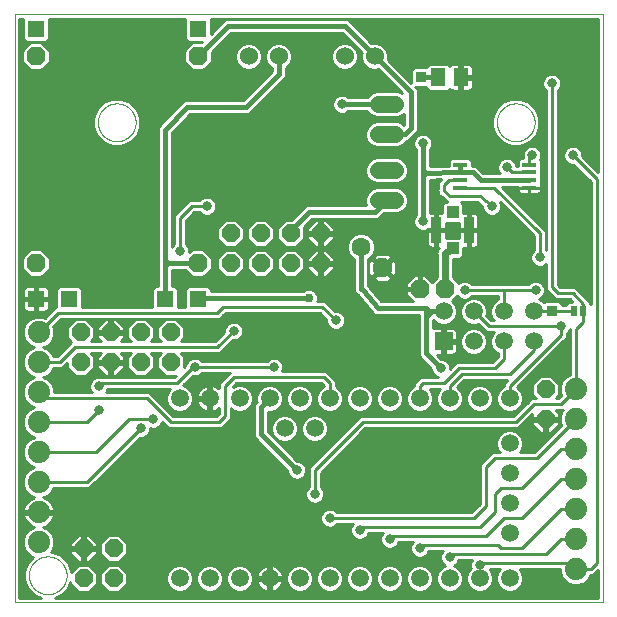
<source format=gbl>
G75*
%MOIN*%
%OFA0B0*%
%FSLAX25Y25*%
%IPPOS*%
%LPD*%
%AMOC8*
5,1,8,0,0,1.08239X$1,22.5*
%
%ADD10C,0.00000*%
%ADD11R,0.05937X0.05937*%
%ADD12C,0.05937*%
%ADD13C,0.05600*%
%ADD14C,0.01260*%
%ADD15C,0.06300*%
%ADD16R,0.05543X0.05543*%
%ADD17C,0.06000*%
%ADD18OC8,0.06000*%
%ADD19C,0.07400*%
%ADD20R,0.02400X0.03500*%
%ADD21OC8,0.06300*%
%ADD22R,0.05118X0.05906*%
%ADD23R,0.04724X0.01378*%
%ADD24R,0.03346X0.08661*%
%ADD25R,0.03937X0.04134*%
%ADD26C,0.01000*%
%ADD27C,0.03169*%
%ADD28C,0.01600*%
%ADD29R,0.03562X0.03562*%
%ADD30C,0.03000*%
%ADD31C,0.02400*%
D10*
X0001500Y0003000D02*
X0197500Y0003000D01*
X0197500Y0199000D01*
X0001500Y0199000D01*
X0001500Y0003000D01*
X0006201Y0012000D02*
X0006203Y0012158D01*
X0006209Y0012316D01*
X0006219Y0012474D01*
X0006233Y0012632D01*
X0006251Y0012789D01*
X0006272Y0012946D01*
X0006298Y0013102D01*
X0006328Y0013258D01*
X0006361Y0013413D01*
X0006399Y0013566D01*
X0006440Y0013719D01*
X0006485Y0013871D01*
X0006534Y0014022D01*
X0006587Y0014171D01*
X0006643Y0014319D01*
X0006703Y0014465D01*
X0006767Y0014610D01*
X0006835Y0014753D01*
X0006906Y0014895D01*
X0006980Y0015035D01*
X0007058Y0015172D01*
X0007140Y0015308D01*
X0007224Y0015442D01*
X0007313Y0015573D01*
X0007404Y0015702D01*
X0007499Y0015829D01*
X0007596Y0015954D01*
X0007697Y0016076D01*
X0007801Y0016195D01*
X0007908Y0016312D01*
X0008018Y0016426D01*
X0008131Y0016537D01*
X0008246Y0016646D01*
X0008364Y0016751D01*
X0008485Y0016853D01*
X0008608Y0016953D01*
X0008734Y0017049D01*
X0008862Y0017142D01*
X0008992Y0017232D01*
X0009125Y0017318D01*
X0009260Y0017402D01*
X0009396Y0017481D01*
X0009535Y0017558D01*
X0009676Y0017630D01*
X0009818Y0017700D01*
X0009962Y0017765D01*
X0010108Y0017827D01*
X0010255Y0017885D01*
X0010404Y0017940D01*
X0010554Y0017991D01*
X0010705Y0018038D01*
X0010857Y0018081D01*
X0011010Y0018120D01*
X0011165Y0018156D01*
X0011320Y0018187D01*
X0011476Y0018215D01*
X0011632Y0018239D01*
X0011789Y0018259D01*
X0011947Y0018275D01*
X0012104Y0018287D01*
X0012263Y0018295D01*
X0012421Y0018299D01*
X0012579Y0018299D01*
X0012737Y0018295D01*
X0012896Y0018287D01*
X0013053Y0018275D01*
X0013211Y0018259D01*
X0013368Y0018239D01*
X0013524Y0018215D01*
X0013680Y0018187D01*
X0013835Y0018156D01*
X0013990Y0018120D01*
X0014143Y0018081D01*
X0014295Y0018038D01*
X0014446Y0017991D01*
X0014596Y0017940D01*
X0014745Y0017885D01*
X0014892Y0017827D01*
X0015038Y0017765D01*
X0015182Y0017700D01*
X0015324Y0017630D01*
X0015465Y0017558D01*
X0015604Y0017481D01*
X0015740Y0017402D01*
X0015875Y0017318D01*
X0016008Y0017232D01*
X0016138Y0017142D01*
X0016266Y0017049D01*
X0016392Y0016953D01*
X0016515Y0016853D01*
X0016636Y0016751D01*
X0016754Y0016646D01*
X0016869Y0016537D01*
X0016982Y0016426D01*
X0017092Y0016312D01*
X0017199Y0016195D01*
X0017303Y0016076D01*
X0017404Y0015954D01*
X0017501Y0015829D01*
X0017596Y0015702D01*
X0017687Y0015573D01*
X0017776Y0015442D01*
X0017860Y0015308D01*
X0017942Y0015172D01*
X0018020Y0015035D01*
X0018094Y0014895D01*
X0018165Y0014753D01*
X0018233Y0014610D01*
X0018297Y0014465D01*
X0018357Y0014319D01*
X0018413Y0014171D01*
X0018466Y0014022D01*
X0018515Y0013871D01*
X0018560Y0013719D01*
X0018601Y0013566D01*
X0018639Y0013413D01*
X0018672Y0013258D01*
X0018702Y0013102D01*
X0018728Y0012946D01*
X0018749Y0012789D01*
X0018767Y0012632D01*
X0018781Y0012474D01*
X0018791Y0012316D01*
X0018797Y0012158D01*
X0018799Y0012000D01*
X0018797Y0011842D01*
X0018791Y0011684D01*
X0018781Y0011526D01*
X0018767Y0011368D01*
X0018749Y0011211D01*
X0018728Y0011054D01*
X0018702Y0010898D01*
X0018672Y0010742D01*
X0018639Y0010587D01*
X0018601Y0010434D01*
X0018560Y0010281D01*
X0018515Y0010129D01*
X0018466Y0009978D01*
X0018413Y0009829D01*
X0018357Y0009681D01*
X0018297Y0009535D01*
X0018233Y0009390D01*
X0018165Y0009247D01*
X0018094Y0009105D01*
X0018020Y0008965D01*
X0017942Y0008828D01*
X0017860Y0008692D01*
X0017776Y0008558D01*
X0017687Y0008427D01*
X0017596Y0008298D01*
X0017501Y0008171D01*
X0017404Y0008046D01*
X0017303Y0007924D01*
X0017199Y0007805D01*
X0017092Y0007688D01*
X0016982Y0007574D01*
X0016869Y0007463D01*
X0016754Y0007354D01*
X0016636Y0007249D01*
X0016515Y0007147D01*
X0016392Y0007047D01*
X0016266Y0006951D01*
X0016138Y0006858D01*
X0016008Y0006768D01*
X0015875Y0006682D01*
X0015740Y0006598D01*
X0015604Y0006519D01*
X0015465Y0006442D01*
X0015324Y0006370D01*
X0015182Y0006300D01*
X0015038Y0006235D01*
X0014892Y0006173D01*
X0014745Y0006115D01*
X0014596Y0006060D01*
X0014446Y0006009D01*
X0014295Y0005962D01*
X0014143Y0005919D01*
X0013990Y0005880D01*
X0013835Y0005844D01*
X0013680Y0005813D01*
X0013524Y0005785D01*
X0013368Y0005761D01*
X0013211Y0005741D01*
X0013053Y0005725D01*
X0012896Y0005713D01*
X0012737Y0005705D01*
X0012579Y0005701D01*
X0012421Y0005701D01*
X0012263Y0005705D01*
X0012104Y0005713D01*
X0011947Y0005725D01*
X0011789Y0005741D01*
X0011632Y0005761D01*
X0011476Y0005785D01*
X0011320Y0005813D01*
X0011165Y0005844D01*
X0011010Y0005880D01*
X0010857Y0005919D01*
X0010705Y0005962D01*
X0010554Y0006009D01*
X0010404Y0006060D01*
X0010255Y0006115D01*
X0010108Y0006173D01*
X0009962Y0006235D01*
X0009818Y0006300D01*
X0009676Y0006370D01*
X0009535Y0006442D01*
X0009396Y0006519D01*
X0009260Y0006598D01*
X0009125Y0006682D01*
X0008992Y0006768D01*
X0008862Y0006858D01*
X0008734Y0006951D01*
X0008608Y0007047D01*
X0008485Y0007147D01*
X0008364Y0007249D01*
X0008246Y0007354D01*
X0008131Y0007463D01*
X0008018Y0007574D01*
X0007908Y0007688D01*
X0007801Y0007805D01*
X0007697Y0007924D01*
X0007596Y0008046D01*
X0007499Y0008171D01*
X0007404Y0008298D01*
X0007313Y0008427D01*
X0007224Y0008558D01*
X0007140Y0008692D01*
X0007058Y0008828D01*
X0006980Y0008965D01*
X0006906Y0009105D01*
X0006835Y0009247D01*
X0006767Y0009390D01*
X0006703Y0009535D01*
X0006643Y0009681D01*
X0006587Y0009829D01*
X0006534Y0009978D01*
X0006485Y0010129D01*
X0006440Y0010281D01*
X0006399Y0010434D01*
X0006361Y0010587D01*
X0006328Y0010742D01*
X0006298Y0010898D01*
X0006272Y0011054D01*
X0006251Y0011211D01*
X0006233Y0011368D01*
X0006219Y0011526D01*
X0006209Y0011684D01*
X0006203Y0011842D01*
X0006201Y0012000D01*
X0029201Y0163000D02*
X0029203Y0163158D01*
X0029209Y0163316D01*
X0029219Y0163474D01*
X0029233Y0163632D01*
X0029251Y0163789D01*
X0029272Y0163946D01*
X0029298Y0164102D01*
X0029328Y0164258D01*
X0029361Y0164413D01*
X0029399Y0164566D01*
X0029440Y0164719D01*
X0029485Y0164871D01*
X0029534Y0165022D01*
X0029587Y0165171D01*
X0029643Y0165319D01*
X0029703Y0165465D01*
X0029767Y0165610D01*
X0029835Y0165753D01*
X0029906Y0165895D01*
X0029980Y0166035D01*
X0030058Y0166172D01*
X0030140Y0166308D01*
X0030224Y0166442D01*
X0030313Y0166573D01*
X0030404Y0166702D01*
X0030499Y0166829D01*
X0030596Y0166954D01*
X0030697Y0167076D01*
X0030801Y0167195D01*
X0030908Y0167312D01*
X0031018Y0167426D01*
X0031131Y0167537D01*
X0031246Y0167646D01*
X0031364Y0167751D01*
X0031485Y0167853D01*
X0031608Y0167953D01*
X0031734Y0168049D01*
X0031862Y0168142D01*
X0031992Y0168232D01*
X0032125Y0168318D01*
X0032260Y0168402D01*
X0032396Y0168481D01*
X0032535Y0168558D01*
X0032676Y0168630D01*
X0032818Y0168700D01*
X0032962Y0168765D01*
X0033108Y0168827D01*
X0033255Y0168885D01*
X0033404Y0168940D01*
X0033554Y0168991D01*
X0033705Y0169038D01*
X0033857Y0169081D01*
X0034010Y0169120D01*
X0034165Y0169156D01*
X0034320Y0169187D01*
X0034476Y0169215D01*
X0034632Y0169239D01*
X0034789Y0169259D01*
X0034947Y0169275D01*
X0035104Y0169287D01*
X0035263Y0169295D01*
X0035421Y0169299D01*
X0035579Y0169299D01*
X0035737Y0169295D01*
X0035896Y0169287D01*
X0036053Y0169275D01*
X0036211Y0169259D01*
X0036368Y0169239D01*
X0036524Y0169215D01*
X0036680Y0169187D01*
X0036835Y0169156D01*
X0036990Y0169120D01*
X0037143Y0169081D01*
X0037295Y0169038D01*
X0037446Y0168991D01*
X0037596Y0168940D01*
X0037745Y0168885D01*
X0037892Y0168827D01*
X0038038Y0168765D01*
X0038182Y0168700D01*
X0038324Y0168630D01*
X0038465Y0168558D01*
X0038604Y0168481D01*
X0038740Y0168402D01*
X0038875Y0168318D01*
X0039008Y0168232D01*
X0039138Y0168142D01*
X0039266Y0168049D01*
X0039392Y0167953D01*
X0039515Y0167853D01*
X0039636Y0167751D01*
X0039754Y0167646D01*
X0039869Y0167537D01*
X0039982Y0167426D01*
X0040092Y0167312D01*
X0040199Y0167195D01*
X0040303Y0167076D01*
X0040404Y0166954D01*
X0040501Y0166829D01*
X0040596Y0166702D01*
X0040687Y0166573D01*
X0040776Y0166442D01*
X0040860Y0166308D01*
X0040942Y0166172D01*
X0041020Y0166035D01*
X0041094Y0165895D01*
X0041165Y0165753D01*
X0041233Y0165610D01*
X0041297Y0165465D01*
X0041357Y0165319D01*
X0041413Y0165171D01*
X0041466Y0165022D01*
X0041515Y0164871D01*
X0041560Y0164719D01*
X0041601Y0164566D01*
X0041639Y0164413D01*
X0041672Y0164258D01*
X0041702Y0164102D01*
X0041728Y0163946D01*
X0041749Y0163789D01*
X0041767Y0163632D01*
X0041781Y0163474D01*
X0041791Y0163316D01*
X0041797Y0163158D01*
X0041799Y0163000D01*
X0041797Y0162842D01*
X0041791Y0162684D01*
X0041781Y0162526D01*
X0041767Y0162368D01*
X0041749Y0162211D01*
X0041728Y0162054D01*
X0041702Y0161898D01*
X0041672Y0161742D01*
X0041639Y0161587D01*
X0041601Y0161434D01*
X0041560Y0161281D01*
X0041515Y0161129D01*
X0041466Y0160978D01*
X0041413Y0160829D01*
X0041357Y0160681D01*
X0041297Y0160535D01*
X0041233Y0160390D01*
X0041165Y0160247D01*
X0041094Y0160105D01*
X0041020Y0159965D01*
X0040942Y0159828D01*
X0040860Y0159692D01*
X0040776Y0159558D01*
X0040687Y0159427D01*
X0040596Y0159298D01*
X0040501Y0159171D01*
X0040404Y0159046D01*
X0040303Y0158924D01*
X0040199Y0158805D01*
X0040092Y0158688D01*
X0039982Y0158574D01*
X0039869Y0158463D01*
X0039754Y0158354D01*
X0039636Y0158249D01*
X0039515Y0158147D01*
X0039392Y0158047D01*
X0039266Y0157951D01*
X0039138Y0157858D01*
X0039008Y0157768D01*
X0038875Y0157682D01*
X0038740Y0157598D01*
X0038604Y0157519D01*
X0038465Y0157442D01*
X0038324Y0157370D01*
X0038182Y0157300D01*
X0038038Y0157235D01*
X0037892Y0157173D01*
X0037745Y0157115D01*
X0037596Y0157060D01*
X0037446Y0157009D01*
X0037295Y0156962D01*
X0037143Y0156919D01*
X0036990Y0156880D01*
X0036835Y0156844D01*
X0036680Y0156813D01*
X0036524Y0156785D01*
X0036368Y0156761D01*
X0036211Y0156741D01*
X0036053Y0156725D01*
X0035896Y0156713D01*
X0035737Y0156705D01*
X0035579Y0156701D01*
X0035421Y0156701D01*
X0035263Y0156705D01*
X0035104Y0156713D01*
X0034947Y0156725D01*
X0034789Y0156741D01*
X0034632Y0156761D01*
X0034476Y0156785D01*
X0034320Y0156813D01*
X0034165Y0156844D01*
X0034010Y0156880D01*
X0033857Y0156919D01*
X0033705Y0156962D01*
X0033554Y0157009D01*
X0033404Y0157060D01*
X0033255Y0157115D01*
X0033108Y0157173D01*
X0032962Y0157235D01*
X0032818Y0157300D01*
X0032676Y0157370D01*
X0032535Y0157442D01*
X0032396Y0157519D01*
X0032260Y0157598D01*
X0032125Y0157682D01*
X0031992Y0157768D01*
X0031862Y0157858D01*
X0031734Y0157951D01*
X0031608Y0158047D01*
X0031485Y0158147D01*
X0031364Y0158249D01*
X0031246Y0158354D01*
X0031131Y0158463D01*
X0031018Y0158574D01*
X0030908Y0158688D01*
X0030801Y0158805D01*
X0030697Y0158924D01*
X0030596Y0159046D01*
X0030499Y0159171D01*
X0030404Y0159298D01*
X0030313Y0159427D01*
X0030224Y0159558D01*
X0030140Y0159692D01*
X0030058Y0159828D01*
X0029980Y0159965D01*
X0029906Y0160105D01*
X0029835Y0160247D01*
X0029767Y0160390D01*
X0029703Y0160535D01*
X0029643Y0160681D01*
X0029587Y0160829D01*
X0029534Y0160978D01*
X0029485Y0161129D01*
X0029440Y0161281D01*
X0029399Y0161434D01*
X0029361Y0161587D01*
X0029328Y0161742D01*
X0029298Y0161898D01*
X0029272Y0162054D01*
X0029251Y0162211D01*
X0029233Y0162368D01*
X0029219Y0162526D01*
X0029209Y0162684D01*
X0029203Y0162842D01*
X0029201Y0163000D01*
X0162201Y0163000D02*
X0162203Y0163158D01*
X0162209Y0163316D01*
X0162219Y0163474D01*
X0162233Y0163632D01*
X0162251Y0163789D01*
X0162272Y0163946D01*
X0162298Y0164102D01*
X0162328Y0164258D01*
X0162361Y0164413D01*
X0162399Y0164566D01*
X0162440Y0164719D01*
X0162485Y0164871D01*
X0162534Y0165022D01*
X0162587Y0165171D01*
X0162643Y0165319D01*
X0162703Y0165465D01*
X0162767Y0165610D01*
X0162835Y0165753D01*
X0162906Y0165895D01*
X0162980Y0166035D01*
X0163058Y0166172D01*
X0163140Y0166308D01*
X0163224Y0166442D01*
X0163313Y0166573D01*
X0163404Y0166702D01*
X0163499Y0166829D01*
X0163596Y0166954D01*
X0163697Y0167076D01*
X0163801Y0167195D01*
X0163908Y0167312D01*
X0164018Y0167426D01*
X0164131Y0167537D01*
X0164246Y0167646D01*
X0164364Y0167751D01*
X0164485Y0167853D01*
X0164608Y0167953D01*
X0164734Y0168049D01*
X0164862Y0168142D01*
X0164992Y0168232D01*
X0165125Y0168318D01*
X0165260Y0168402D01*
X0165396Y0168481D01*
X0165535Y0168558D01*
X0165676Y0168630D01*
X0165818Y0168700D01*
X0165962Y0168765D01*
X0166108Y0168827D01*
X0166255Y0168885D01*
X0166404Y0168940D01*
X0166554Y0168991D01*
X0166705Y0169038D01*
X0166857Y0169081D01*
X0167010Y0169120D01*
X0167165Y0169156D01*
X0167320Y0169187D01*
X0167476Y0169215D01*
X0167632Y0169239D01*
X0167789Y0169259D01*
X0167947Y0169275D01*
X0168104Y0169287D01*
X0168263Y0169295D01*
X0168421Y0169299D01*
X0168579Y0169299D01*
X0168737Y0169295D01*
X0168896Y0169287D01*
X0169053Y0169275D01*
X0169211Y0169259D01*
X0169368Y0169239D01*
X0169524Y0169215D01*
X0169680Y0169187D01*
X0169835Y0169156D01*
X0169990Y0169120D01*
X0170143Y0169081D01*
X0170295Y0169038D01*
X0170446Y0168991D01*
X0170596Y0168940D01*
X0170745Y0168885D01*
X0170892Y0168827D01*
X0171038Y0168765D01*
X0171182Y0168700D01*
X0171324Y0168630D01*
X0171465Y0168558D01*
X0171604Y0168481D01*
X0171740Y0168402D01*
X0171875Y0168318D01*
X0172008Y0168232D01*
X0172138Y0168142D01*
X0172266Y0168049D01*
X0172392Y0167953D01*
X0172515Y0167853D01*
X0172636Y0167751D01*
X0172754Y0167646D01*
X0172869Y0167537D01*
X0172982Y0167426D01*
X0173092Y0167312D01*
X0173199Y0167195D01*
X0173303Y0167076D01*
X0173404Y0166954D01*
X0173501Y0166829D01*
X0173596Y0166702D01*
X0173687Y0166573D01*
X0173776Y0166442D01*
X0173860Y0166308D01*
X0173942Y0166172D01*
X0174020Y0166035D01*
X0174094Y0165895D01*
X0174165Y0165753D01*
X0174233Y0165610D01*
X0174297Y0165465D01*
X0174357Y0165319D01*
X0174413Y0165171D01*
X0174466Y0165022D01*
X0174515Y0164871D01*
X0174560Y0164719D01*
X0174601Y0164566D01*
X0174639Y0164413D01*
X0174672Y0164258D01*
X0174702Y0164102D01*
X0174728Y0163946D01*
X0174749Y0163789D01*
X0174767Y0163632D01*
X0174781Y0163474D01*
X0174791Y0163316D01*
X0174797Y0163158D01*
X0174799Y0163000D01*
X0174797Y0162842D01*
X0174791Y0162684D01*
X0174781Y0162526D01*
X0174767Y0162368D01*
X0174749Y0162211D01*
X0174728Y0162054D01*
X0174702Y0161898D01*
X0174672Y0161742D01*
X0174639Y0161587D01*
X0174601Y0161434D01*
X0174560Y0161281D01*
X0174515Y0161129D01*
X0174466Y0160978D01*
X0174413Y0160829D01*
X0174357Y0160681D01*
X0174297Y0160535D01*
X0174233Y0160390D01*
X0174165Y0160247D01*
X0174094Y0160105D01*
X0174020Y0159965D01*
X0173942Y0159828D01*
X0173860Y0159692D01*
X0173776Y0159558D01*
X0173687Y0159427D01*
X0173596Y0159298D01*
X0173501Y0159171D01*
X0173404Y0159046D01*
X0173303Y0158924D01*
X0173199Y0158805D01*
X0173092Y0158688D01*
X0172982Y0158574D01*
X0172869Y0158463D01*
X0172754Y0158354D01*
X0172636Y0158249D01*
X0172515Y0158147D01*
X0172392Y0158047D01*
X0172266Y0157951D01*
X0172138Y0157858D01*
X0172008Y0157768D01*
X0171875Y0157682D01*
X0171740Y0157598D01*
X0171604Y0157519D01*
X0171465Y0157442D01*
X0171324Y0157370D01*
X0171182Y0157300D01*
X0171038Y0157235D01*
X0170892Y0157173D01*
X0170745Y0157115D01*
X0170596Y0157060D01*
X0170446Y0157009D01*
X0170295Y0156962D01*
X0170143Y0156919D01*
X0169990Y0156880D01*
X0169835Y0156844D01*
X0169680Y0156813D01*
X0169524Y0156785D01*
X0169368Y0156761D01*
X0169211Y0156741D01*
X0169053Y0156725D01*
X0168896Y0156713D01*
X0168737Y0156705D01*
X0168579Y0156701D01*
X0168421Y0156701D01*
X0168263Y0156705D01*
X0168104Y0156713D01*
X0167947Y0156725D01*
X0167789Y0156741D01*
X0167632Y0156761D01*
X0167476Y0156785D01*
X0167320Y0156813D01*
X0167165Y0156844D01*
X0167010Y0156880D01*
X0166857Y0156919D01*
X0166705Y0156962D01*
X0166554Y0157009D01*
X0166404Y0157060D01*
X0166255Y0157115D01*
X0166108Y0157173D01*
X0165962Y0157235D01*
X0165818Y0157300D01*
X0165676Y0157370D01*
X0165535Y0157442D01*
X0165396Y0157519D01*
X0165260Y0157598D01*
X0165125Y0157682D01*
X0164992Y0157768D01*
X0164862Y0157858D01*
X0164734Y0157951D01*
X0164608Y0158047D01*
X0164485Y0158147D01*
X0164364Y0158249D01*
X0164246Y0158354D01*
X0164131Y0158463D01*
X0164018Y0158574D01*
X0163908Y0158688D01*
X0163801Y0158805D01*
X0163697Y0158924D01*
X0163596Y0159046D01*
X0163499Y0159171D01*
X0163404Y0159298D01*
X0163313Y0159427D01*
X0163224Y0159558D01*
X0163140Y0159692D01*
X0163058Y0159828D01*
X0162980Y0159965D01*
X0162906Y0160105D01*
X0162835Y0160247D01*
X0162767Y0160390D01*
X0162703Y0160535D01*
X0162643Y0160681D01*
X0162587Y0160829D01*
X0162534Y0160978D01*
X0162485Y0161129D01*
X0162440Y0161281D01*
X0162399Y0161434D01*
X0162361Y0161587D01*
X0162328Y0161742D01*
X0162298Y0161898D01*
X0162272Y0162054D01*
X0162251Y0162211D01*
X0162233Y0162368D01*
X0162219Y0162526D01*
X0162209Y0162684D01*
X0162203Y0162842D01*
X0162201Y0163000D01*
D11*
X0144500Y0090000D03*
D12*
X0144500Y0100000D03*
X0154500Y0100000D03*
X0154500Y0090000D03*
X0164500Y0090000D03*
X0164500Y0100000D03*
X0174500Y0100000D03*
X0174500Y0090000D03*
X0166500Y0071000D03*
X0156500Y0071000D03*
X0146500Y0071000D03*
X0136500Y0071000D03*
X0126500Y0071000D03*
X0116500Y0071000D03*
X0106500Y0071000D03*
X0096500Y0071000D03*
X0086500Y0071000D03*
X0076500Y0071000D03*
X0066500Y0071000D03*
X0056500Y0071000D03*
X0091500Y0061000D03*
X0101500Y0061000D03*
X0096500Y0011000D03*
X0086500Y0011000D03*
X0076500Y0011000D03*
X0066500Y0011000D03*
X0056500Y0011000D03*
X0106500Y0011000D03*
X0116500Y0011000D03*
X0126500Y0011000D03*
X0136500Y0011000D03*
X0146500Y0011000D03*
X0156500Y0011000D03*
X0166500Y0011000D03*
X0166500Y0026000D03*
X0166500Y0036000D03*
X0166500Y0046000D03*
X0166500Y0056000D03*
D13*
X0128300Y0137000D02*
X0122700Y0137000D01*
X0122700Y0147000D02*
X0128300Y0147000D01*
X0128300Y0159000D02*
X0122700Y0159000D01*
X0122700Y0169000D02*
X0128300Y0169000D01*
D14*
X0124450Y0112575D02*
X0125080Y0111945D01*
X0122992Y0111945D01*
X0121517Y0113420D01*
X0121517Y0115508D01*
X0122992Y0116983D01*
X0125080Y0116983D01*
X0126555Y0115508D01*
X0126555Y0113420D01*
X0125080Y0111945D01*
X0124688Y0112890D01*
X0123384Y0112890D01*
X0122462Y0113812D01*
X0122462Y0115116D01*
X0123384Y0116038D01*
X0124688Y0116038D01*
X0125610Y0115116D01*
X0125610Y0113812D01*
X0124688Y0112890D01*
X0124297Y0113835D01*
X0123775Y0113835D01*
X0123407Y0114203D01*
X0123407Y0114725D01*
X0123775Y0115093D01*
X0124297Y0115093D01*
X0124665Y0114725D01*
X0124665Y0114203D01*
X0124297Y0113835D01*
D15*
X0116964Y0121536D03*
D16*
X0062500Y0104100D03*
X0051500Y0104100D03*
X0019500Y0104100D03*
X0008500Y0104100D03*
X0008500Y0194100D03*
X0062500Y0194100D03*
D17*
X0079500Y0185000D03*
X0089500Y0185000D03*
X0111500Y0185000D03*
X0121500Y0185000D03*
D18*
X0103500Y0126000D03*
X0103500Y0116000D03*
X0093500Y0116000D03*
X0093500Y0126000D03*
X0083500Y0126000D03*
X0083500Y0116000D03*
X0073500Y0116000D03*
X0073500Y0126000D03*
X0053500Y0093000D03*
X0053500Y0083000D03*
X0043500Y0083000D03*
X0043500Y0093000D03*
X0033500Y0093000D03*
X0033500Y0083000D03*
X0023500Y0083000D03*
X0023500Y0093000D03*
X0024500Y0021000D03*
X0024500Y0011000D03*
X0034500Y0011000D03*
X0034500Y0021000D03*
X0178500Y0064000D03*
X0178500Y0074000D03*
D19*
X0188500Y0074000D03*
X0188500Y0064000D03*
X0188500Y0054000D03*
X0188500Y0044000D03*
X0188500Y0034000D03*
X0188500Y0024000D03*
X0188500Y0014000D03*
X0009500Y0023000D03*
X0009500Y0033000D03*
X0009500Y0043000D03*
X0009500Y0053000D03*
X0009500Y0063000D03*
X0009500Y0073000D03*
X0009500Y0083000D03*
X0009500Y0093000D03*
D20*
X0188000Y0100000D03*
X0191000Y0100000D03*
D21*
X0144800Y0107500D03*
X0136500Y0107500D03*
X0062500Y0116000D03*
X0008500Y0116000D03*
X0008500Y0185000D03*
X0062500Y0185000D03*
D22*
X0142760Y0178000D03*
X0150240Y0178000D03*
D23*
X0149984Y0148839D03*
X0149984Y0146280D03*
X0149984Y0143720D03*
X0149984Y0141161D03*
X0173016Y0141161D03*
X0173016Y0143720D03*
X0173016Y0146280D03*
X0173016Y0148839D03*
D24*
X0152913Y0127000D03*
X0142087Y0127000D03*
D25*
X0147500Y0120996D03*
X0147500Y0133004D03*
D26*
X0150968Y0132811D02*
X0150968Y0135692D01*
X0150161Y0136500D01*
X0155749Y0136500D01*
X0157416Y0135041D01*
X0157416Y0134386D01*
X0157885Y0133253D01*
X0158753Y0132385D01*
X0159886Y0131916D01*
X0161113Y0131916D01*
X0162247Y0132385D01*
X0163115Y0133253D01*
X0163584Y0134386D01*
X0163584Y0135613D01*
X0163249Y0136422D01*
X0174500Y0125172D01*
X0174500Y0120362D01*
X0173885Y0119747D01*
X0173416Y0118613D01*
X0173416Y0117386D01*
X0173885Y0116253D01*
X0174753Y0115385D01*
X0175886Y0114916D01*
X0177113Y0114916D01*
X0178247Y0115385D01*
X0178500Y0115638D01*
X0178500Y0107172D01*
X0180500Y0105172D01*
X0181672Y0104000D01*
X0186672Y0104000D01*
X0187422Y0103250D01*
X0186179Y0103250D01*
X0185300Y0102371D01*
X0185300Y0102000D01*
X0183781Y0102000D01*
X0183781Y0102402D01*
X0182902Y0103281D01*
X0178098Y0103281D01*
X0177818Y0103001D01*
X0177031Y0103788D01*
X0176229Y0104120D01*
X0176869Y0104385D01*
X0177737Y0105253D01*
X0178206Y0106386D01*
X0178206Y0107613D01*
X0177737Y0108747D01*
X0176869Y0109615D01*
X0175736Y0110084D01*
X0174509Y0110084D01*
X0173375Y0109615D01*
X0172760Y0109000D01*
X0153862Y0109000D01*
X0153247Y0109615D01*
X0152113Y0110084D01*
X0150886Y0110084D01*
X0149753Y0109615D01*
X0149450Y0109312D01*
X0149450Y0109426D01*
X0147500Y0111376D01*
X0147500Y0117429D01*
X0150090Y0117429D01*
X0150968Y0118308D01*
X0150968Y0121189D01*
X0151043Y0121169D01*
X0152577Y0121169D01*
X0152577Y0126663D01*
X0153250Y0126663D01*
X0153250Y0121169D01*
X0154784Y0121169D01*
X0155166Y0121272D01*
X0155508Y0121469D01*
X0155787Y0121748D01*
X0155984Y0122090D01*
X0156087Y0122472D01*
X0156087Y0126663D01*
X0153250Y0126663D01*
X0153250Y0127337D01*
X0152577Y0127337D01*
X0152577Y0132831D01*
X0151043Y0132831D01*
X0150968Y0132811D01*
X0150968Y0133805D02*
X0157657Y0133805D01*
X0157416Y0134803D02*
X0150968Y0134803D01*
X0150859Y0135802D02*
X0156546Y0135802D01*
X0156500Y0138500D02*
X0146500Y0138500D01*
X0144500Y0140000D01*
X0144500Y0142000D01*
X0146220Y0143720D01*
X0149984Y0143720D01*
X0149984Y0141161D02*
X0161339Y0141161D01*
X0176500Y0126000D01*
X0176500Y0118000D01*
X0173646Y0116830D02*
X0147500Y0116830D01*
X0147500Y0115832D02*
X0174306Y0115832D01*
X0173416Y0117829D02*
X0150489Y0117829D01*
X0150968Y0118827D02*
X0173504Y0118827D01*
X0173964Y0119826D02*
X0150968Y0119826D01*
X0150968Y0120824D02*
X0174500Y0120824D01*
X0174500Y0121823D02*
X0155830Y0121823D01*
X0156087Y0122821D02*
X0174500Y0122821D01*
X0174500Y0123820D02*
X0156087Y0123820D01*
X0156087Y0124818D02*
X0174500Y0124818D01*
X0173855Y0125817D02*
X0156087Y0125817D01*
X0156087Y0127337D02*
X0153250Y0127337D01*
X0153250Y0132831D01*
X0154784Y0132831D01*
X0155166Y0132728D01*
X0155508Y0132531D01*
X0155787Y0132252D01*
X0155984Y0131910D01*
X0156087Y0131528D01*
X0156087Y0127337D01*
X0156087Y0127814D02*
X0171858Y0127814D01*
X0172856Y0126815D02*
X0153250Y0126815D01*
X0152577Y0126815D02*
X0142423Y0126815D01*
X0142423Y0126663D02*
X0142423Y0127337D01*
X0141750Y0127337D01*
X0141750Y0132831D01*
X0140216Y0132831D01*
X0139834Y0132728D01*
X0139800Y0132709D01*
X0139800Y0143915D01*
X0143610Y0143939D01*
X0142500Y0142828D01*
X0142500Y0140667D01*
X0142403Y0140537D01*
X0142500Y0139858D01*
X0142500Y0139172D01*
X0142614Y0139057D01*
X0142637Y0138897D01*
X0143186Y0138485D01*
X0143672Y0138000D01*
X0143833Y0138000D01*
X0145186Y0136985D01*
X0145601Y0136571D01*
X0144910Y0136571D01*
X0144031Y0135692D01*
X0144031Y0132811D01*
X0143957Y0132831D01*
X0142423Y0132831D01*
X0142423Y0127337D01*
X0145260Y0127337D01*
X0145260Y0129437D01*
X0149740Y0129437D01*
X0149740Y0127337D01*
X0152577Y0127337D01*
X0152577Y0126663D01*
X0149740Y0126663D01*
X0149740Y0124563D01*
X0145260Y0124563D01*
X0145260Y0126663D01*
X0142423Y0126663D01*
X0142423Y0121169D01*
X0142818Y0121169D01*
X0142729Y0121043D01*
X0142511Y0120825D01*
X0142421Y0120609D01*
X0142286Y0120418D01*
X0142218Y0120118D01*
X0142100Y0119833D01*
X0142100Y0119599D01*
X0142048Y0119371D01*
X0142100Y0119067D01*
X0142100Y0111376D01*
X0140650Y0109926D01*
X0138426Y0112150D01*
X0136800Y0112150D01*
X0136800Y0107800D01*
X0136200Y0107800D01*
X0136200Y0112150D01*
X0134574Y0112150D01*
X0131850Y0109426D01*
X0131850Y0107800D01*
X0136200Y0107800D01*
X0136200Y0107200D01*
X0131850Y0107200D01*
X0131850Y0105574D01*
X0134124Y0103300D01*
X0123577Y0103300D01*
X0119800Y0107833D01*
X0119800Y0107953D01*
X0119264Y0108488D01*
X0119264Y0117455D01*
X0119598Y0117593D01*
X0120907Y0118902D01*
X0121614Y0120611D01*
X0121614Y0122460D01*
X0120907Y0124170D01*
X0119598Y0125478D01*
X0117889Y0126186D01*
X0116040Y0126186D01*
X0114330Y0125478D01*
X0113022Y0124170D01*
X0112314Y0122460D01*
X0112314Y0120611D01*
X0113022Y0118902D01*
X0114330Y0117593D01*
X0114664Y0117455D01*
X0114664Y0106583D01*
X0115800Y0105447D01*
X0120200Y0100167D01*
X0120200Y0100047D01*
X0120800Y0099447D01*
X0121343Y0098796D01*
X0121462Y0098785D01*
X0121547Y0098700D01*
X0122396Y0098700D01*
X0123241Y0098623D01*
X0123333Y0098700D01*
X0136200Y0098700D01*
X0136200Y0085047D01*
X0140416Y0080832D01*
X0140416Y0080386D01*
X0140885Y0079253D01*
X0141753Y0078385D01*
X0142683Y0078000D01*
X0136672Y0078000D01*
X0135672Y0077000D01*
X0134500Y0075828D01*
X0134500Y0075008D01*
X0133969Y0074788D01*
X0132712Y0073531D01*
X0132031Y0071889D01*
X0132031Y0070111D01*
X0132712Y0068469D01*
X0133969Y0067212D01*
X0135611Y0066531D01*
X0137389Y0066531D01*
X0139031Y0067212D01*
X0140288Y0068469D01*
X0140968Y0070111D01*
X0140968Y0071889D01*
X0140288Y0073531D01*
X0139819Y0074000D01*
X0143181Y0074000D01*
X0142712Y0073531D01*
X0142031Y0071889D01*
X0142031Y0070111D01*
X0142712Y0068469D01*
X0143969Y0067212D01*
X0145611Y0066531D01*
X0147389Y0066531D01*
X0149031Y0067212D01*
X0150288Y0068469D01*
X0150968Y0070111D01*
X0150968Y0071889D01*
X0150288Y0073531D01*
X0149074Y0074745D01*
X0151328Y0077000D01*
X0165672Y0077000D01*
X0165672Y0077000D01*
X0164500Y0075828D01*
X0164500Y0075008D01*
X0163969Y0074788D01*
X0162712Y0073531D01*
X0162031Y0071889D01*
X0162031Y0070111D01*
X0162712Y0068469D01*
X0163969Y0067212D01*
X0165611Y0066531D01*
X0167389Y0066531D01*
X0169031Y0067212D01*
X0170288Y0068469D01*
X0170968Y0070111D01*
X0170968Y0071889D01*
X0170288Y0073531D01*
X0169074Y0074745D01*
X0184328Y0090000D01*
X0185500Y0091172D01*
X0185500Y0092638D01*
X0186115Y0093253D01*
X0186500Y0094183D01*
X0186500Y0078800D01*
X0185554Y0078408D01*
X0184092Y0076946D01*
X0183300Y0075034D01*
X0183300Y0072966D01*
X0183692Y0072020D01*
X0182672Y0071000D01*
X0181864Y0071000D01*
X0183000Y0072136D01*
X0183000Y0075864D01*
X0180364Y0078500D01*
X0176636Y0078500D01*
X0174000Y0075864D01*
X0174000Y0072136D01*
X0175136Y0071000D01*
X0173672Y0071000D01*
X0172500Y0069828D01*
X0167672Y0065000D01*
X0116672Y0065000D01*
X0100672Y0049000D01*
X0099500Y0047828D01*
X0099500Y0041362D01*
X0098885Y0040747D01*
X0098416Y0039613D01*
X0098416Y0038386D01*
X0098885Y0037253D01*
X0099753Y0036385D01*
X0100886Y0035916D01*
X0102113Y0035916D01*
X0103247Y0036385D01*
X0104115Y0037253D01*
X0104584Y0038386D01*
X0104584Y0039613D01*
X0104115Y0040747D01*
X0103500Y0041362D01*
X0103500Y0046172D01*
X0118328Y0061000D01*
X0169328Y0061000D01*
X0174000Y0065672D01*
X0174000Y0064500D01*
X0178000Y0064500D01*
X0178000Y0063500D01*
X0179000Y0063500D01*
X0179000Y0064500D01*
X0183000Y0064500D01*
X0183000Y0065864D01*
X0181864Y0067000D01*
X0184146Y0067000D01*
X0184092Y0066946D01*
X0183300Y0065034D01*
X0183300Y0062966D01*
X0183692Y0062020D01*
X0174672Y0053000D01*
X0169819Y0053000D01*
X0170288Y0053469D01*
X0170968Y0055111D01*
X0170968Y0056889D01*
X0170288Y0058531D01*
X0169031Y0059788D01*
X0167389Y0060468D01*
X0165611Y0060468D01*
X0163969Y0059788D01*
X0162712Y0058531D01*
X0162031Y0056889D01*
X0162031Y0055111D01*
X0162712Y0053469D01*
X0163181Y0053000D01*
X0160672Y0053000D01*
X0157672Y0050000D01*
X0156500Y0048828D01*
X0156500Y0035828D01*
X0153672Y0033000D01*
X0108862Y0033000D01*
X0108247Y0033615D01*
X0107113Y0034084D01*
X0105886Y0034084D01*
X0104753Y0033615D01*
X0103885Y0032747D01*
X0103416Y0031613D01*
X0103416Y0030386D01*
X0103885Y0029253D01*
X0104753Y0028385D01*
X0105886Y0027916D01*
X0107113Y0027916D01*
X0108247Y0028385D01*
X0108862Y0029000D01*
X0114138Y0029000D01*
X0113885Y0028747D01*
X0113416Y0027613D01*
X0113416Y0026386D01*
X0113885Y0025253D01*
X0114753Y0024385D01*
X0115886Y0023916D01*
X0117113Y0023916D01*
X0118247Y0024385D01*
X0119115Y0025253D01*
X0119424Y0026000D01*
X0124138Y0026000D01*
X0123885Y0025747D01*
X0123416Y0024613D01*
X0123416Y0023386D01*
X0123885Y0022253D01*
X0124753Y0021385D01*
X0125886Y0020916D01*
X0127113Y0020916D01*
X0128247Y0021385D01*
X0129115Y0022253D01*
X0129424Y0023000D01*
X0134138Y0023000D01*
X0133885Y0022747D01*
X0133416Y0021613D01*
X0133416Y0020386D01*
X0133885Y0019253D01*
X0134753Y0018385D01*
X0135886Y0017916D01*
X0137113Y0017916D01*
X0138247Y0018385D01*
X0139115Y0019253D01*
X0139424Y0020000D01*
X0144138Y0020000D01*
X0143885Y0019747D01*
X0143416Y0018613D01*
X0143416Y0017386D01*
X0143885Y0016253D01*
X0144753Y0015385D01*
X0145082Y0015249D01*
X0143969Y0014788D01*
X0142712Y0013531D01*
X0142031Y0011889D01*
X0142031Y0010111D01*
X0142712Y0008469D01*
X0143969Y0007212D01*
X0145611Y0006531D01*
X0147389Y0006531D01*
X0149031Y0007212D01*
X0150288Y0008469D01*
X0150968Y0010111D01*
X0150968Y0011889D01*
X0150288Y0013531D01*
X0149031Y0014788D01*
X0147918Y0015249D01*
X0148247Y0015385D01*
X0149115Y0016253D01*
X0149424Y0017000D01*
X0153783Y0017000D01*
X0153416Y0016113D01*
X0153416Y0014886D01*
X0153607Y0014426D01*
X0152712Y0013531D01*
X0152031Y0011889D01*
X0152031Y0010111D01*
X0152712Y0008469D01*
X0153969Y0007212D01*
X0155611Y0006531D01*
X0157389Y0006531D01*
X0159031Y0007212D01*
X0160288Y0008469D01*
X0160968Y0010111D01*
X0160968Y0011889D01*
X0160288Y0013531D01*
X0159819Y0014000D01*
X0163181Y0014000D01*
X0162712Y0013531D01*
X0162031Y0011889D01*
X0162031Y0010111D01*
X0162712Y0008469D01*
X0163969Y0007212D01*
X0165611Y0006531D01*
X0167389Y0006531D01*
X0169031Y0007212D01*
X0170288Y0008469D01*
X0170968Y0010111D01*
X0170968Y0011889D01*
X0170288Y0013531D01*
X0169819Y0014000D01*
X0183300Y0014000D01*
X0183300Y0012966D01*
X0184092Y0011054D01*
X0185554Y0009592D01*
X0187466Y0008800D01*
X0189534Y0008800D01*
X0191446Y0009592D01*
X0192908Y0011054D01*
X0193300Y0012000D01*
X0194328Y0012000D01*
X0196000Y0013672D01*
X0196000Y0004500D01*
X0014774Y0004500D01*
X0016918Y0005388D01*
X0019112Y0007582D01*
X0020000Y0009726D01*
X0020000Y0009136D01*
X0022636Y0006500D01*
X0026364Y0006500D01*
X0029000Y0009136D01*
X0029000Y0012864D01*
X0026364Y0015500D01*
X0022636Y0015500D01*
X0020299Y0013163D01*
X0020299Y0013551D01*
X0019112Y0016418D01*
X0016918Y0018612D01*
X0014051Y0019799D01*
X0013653Y0019799D01*
X0013908Y0020054D01*
X0014700Y0021966D01*
X0014700Y0024034D01*
X0013908Y0025946D01*
X0012446Y0027408D01*
X0010983Y0028014D01*
X0011496Y0028181D01*
X0012225Y0028553D01*
X0012888Y0029034D01*
X0013466Y0029612D01*
X0013947Y0030275D01*
X0014319Y0031004D01*
X0014572Y0031782D01*
X0014686Y0032500D01*
X0010000Y0032500D01*
X0010000Y0033500D01*
X0014686Y0033500D01*
X0014572Y0034218D01*
X0014319Y0034996D01*
X0013947Y0035725D01*
X0013466Y0036388D01*
X0012888Y0036966D01*
X0012225Y0037447D01*
X0011496Y0037819D01*
X0010983Y0037986D01*
X0012446Y0038592D01*
X0013908Y0040054D01*
X0014300Y0041000D01*
X0026328Y0041000D01*
X0043244Y0057916D01*
X0044113Y0057916D01*
X0045247Y0058385D01*
X0046115Y0059253D01*
X0046584Y0060386D01*
X0046584Y0061041D01*
X0046886Y0060916D01*
X0048113Y0060916D01*
X0049247Y0061385D01*
X0050115Y0062253D01*
X0050497Y0063175D01*
X0052672Y0061000D01*
X0070328Y0061000D01*
X0071500Y0062172D01*
X0073500Y0064172D01*
X0073500Y0067681D01*
X0073969Y0067212D01*
X0075611Y0066531D01*
X0077389Y0066531D01*
X0079031Y0067212D01*
X0080288Y0068469D01*
X0080968Y0070111D01*
X0080968Y0071889D01*
X0080288Y0073531D01*
X0079031Y0074788D01*
X0077389Y0075468D01*
X0075611Y0075468D01*
X0074221Y0074893D01*
X0074221Y0074893D01*
X0075328Y0076000D01*
X0103672Y0076000D01*
X0104500Y0075172D01*
X0104500Y0075008D01*
X0103969Y0074788D01*
X0102712Y0073531D01*
X0102031Y0071889D01*
X0102031Y0070111D01*
X0102712Y0068469D01*
X0103969Y0067212D01*
X0105611Y0066531D01*
X0107389Y0066531D01*
X0109031Y0067212D01*
X0110288Y0068469D01*
X0110968Y0070111D01*
X0110968Y0071889D01*
X0110288Y0073531D01*
X0109031Y0074788D01*
X0108500Y0075008D01*
X0108500Y0076828D01*
X0107328Y0078000D01*
X0105328Y0080000D01*
X0090717Y0080000D01*
X0091084Y0080886D01*
X0091084Y0082113D01*
X0090615Y0083247D01*
X0089747Y0084115D01*
X0088613Y0084584D01*
X0087386Y0084584D01*
X0086253Y0084115D01*
X0085638Y0083500D01*
X0063862Y0083500D01*
X0063247Y0084115D01*
X0062113Y0084584D01*
X0060886Y0084584D01*
X0059753Y0084115D01*
X0058885Y0083247D01*
X0058416Y0082113D01*
X0058416Y0081744D01*
X0058000Y0081328D01*
X0058000Y0084864D01*
X0056864Y0086000D01*
X0069828Y0086000D01*
X0074244Y0090416D01*
X0075113Y0090416D01*
X0076247Y0090885D01*
X0077115Y0091753D01*
X0077584Y0092886D01*
X0077584Y0094113D01*
X0077115Y0095247D01*
X0076247Y0096115D01*
X0075113Y0096584D01*
X0073886Y0096584D01*
X0072753Y0096115D01*
X0071885Y0095247D01*
X0071416Y0094113D01*
X0071416Y0093244D01*
X0068172Y0090000D01*
X0056864Y0090000D01*
X0058000Y0091136D01*
X0058000Y0094864D01*
X0055364Y0097500D01*
X0051636Y0097500D01*
X0049000Y0094864D01*
X0049000Y0091136D01*
X0050136Y0090000D01*
X0046864Y0090000D01*
X0048000Y0091136D01*
X0048000Y0094864D01*
X0045364Y0097500D01*
X0041636Y0097500D01*
X0039000Y0094864D01*
X0039000Y0091136D01*
X0040136Y0090000D01*
X0036864Y0090000D01*
X0038000Y0091136D01*
X0038000Y0092500D01*
X0034000Y0092500D01*
X0034000Y0093500D01*
X0033000Y0093500D01*
X0033000Y0097500D01*
X0031636Y0097500D01*
X0029000Y0094864D01*
X0029000Y0093500D01*
X0033000Y0093500D01*
X0033000Y0092500D01*
X0029000Y0092500D01*
X0029000Y0091136D01*
X0030136Y0090000D01*
X0026864Y0090000D01*
X0028000Y0091136D01*
X0028000Y0094864D01*
X0025364Y0097500D01*
X0021636Y0097500D01*
X0019000Y0094864D01*
X0019000Y0091136D01*
X0020404Y0089732D01*
X0015672Y0085000D01*
X0014300Y0085000D01*
X0013908Y0085946D01*
X0012446Y0087408D01*
X0011017Y0088000D01*
X0012446Y0088592D01*
X0013908Y0090054D01*
X0014700Y0091966D01*
X0014700Y0094034D01*
X0014308Y0094980D01*
X0016828Y0097500D01*
X0069828Y0097500D01*
X0071000Y0098672D01*
X0071828Y0099500D01*
X0103172Y0099500D01*
X0105416Y0097256D01*
X0105416Y0096386D01*
X0105885Y0095253D01*
X0106753Y0094385D01*
X0107886Y0093916D01*
X0109113Y0093916D01*
X0110247Y0094385D01*
X0111115Y0095253D01*
X0111584Y0096386D01*
X0111584Y0097613D01*
X0111115Y0098747D01*
X0110247Y0099615D01*
X0109113Y0100084D01*
X0108244Y0100084D01*
X0106000Y0102328D01*
X0104828Y0103500D01*
X0102333Y0103500D01*
X0102500Y0103903D01*
X0102500Y0105097D01*
X0102043Y0106199D01*
X0101199Y0107043D01*
X0100097Y0107500D01*
X0098903Y0107500D01*
X0097801Y0107043D01*
X0097557Y0106800D01*
X0066772Y0106800D01*
X0066772Y0107493D01*
X0065893Y0108372D01*
X0059107Y0108372D01*
X0058228Y0107493D01*
X0058228Y0101500D01*
X0055772Y0101500D01*
X0055772Y0107493D01*
X0054893Y0108372D01*
X0053800Y0108372D01*
X0053800Y0113700D01*
X0058224Y0113700D01*
X0060574Y0111350D01*
X0064426Y0111350D01*
X0067150Y0114074D01*
X0067150Y0117926D01*
X0064426Y0120650D01*
X0060574Y0120650D01*
X0059584Y0119660D01*
X0059584Y0120613D01*
X0059115Y0121747D01*
X0058500Y0122362D01*
X0058500Y0130172D01*
X0061328Y0133000D01*
X0063138Y0133000D01*
X0063753Y0132385D01*
X0064886Y0131916D01*
X0066113Y0131916D01*
X0067247Y0132385D01*
X0068115Y0133253D01*
X0068584Y0134386D01*
X0068584Y0135613D01*
X0068115Y0136747D01*
X0067247Y0137615D01*
X0066113Y0138084D01*
X0064886Y0138084D01*
X0063753Y0137615D01*
X0063138Y0137000D01*
X0059672Y0137000D01*
X0055672Y0133000D01*
X0054500Y0131828D01*
X0054500Y0122362D01*
X0053885Y0121747D01*
X0053800Y0121541D01*
X0053800Y0159547D01*
X0059953Y0165700D01*
X0079453Y0165700D01*
X0080800Y0167047D01*
X0091800Y0178047D01*
X0091800Y0181082D01*
X0092049Y0181185D01*
X0093315Y0182451D01*
X0094000Y0184105D01*
X0094000Y0185895D01*
X0093315Y0187549D01*
X0092049Y0188815D01*
X0090395Y0189500D01*
X0088605Y0189500D01*
X0086951Y0188815D01*
X0085685Y0187549D01*
X0085000Y0185895D01*
X0085000Y0184105D01*
X0085685Y0182451D01*
X0086951Y0181185D01*
X0087200Y0181082D01*
X0087200Y0179953D01*
X0077547Y0170300D01*
X0058047Y0170300D01*
X0056700Y0168953D01*
X0049200Y0161453D01*
X0049200Y0108372D01*
X0048107Y0108372D01*
X0047228Y0107493D01*
X0047228Y0101500D01*
X0023772Y0101500D01*
X0023772Y0107493D01*
X0022893Y0108372D01*
X0016107Y0108372D01*
X0015228Y0107493D01*
X0015228Y0101500D01*
X0015172Y0101500D01*
X0014000Y0100328D01*
X0011480Y0097808D01*
X0010534Y0098200D01*
X0008466Y0098200D01*
X0006554Y0097408D01*
X0005092Y0095946D01*
X0004300Y0094034D01*
X0004300Y0091966D01*
X0005092Y0090054D01*
X0006554Y0088592D01*
X0007983Y0088000D01*
X0006554Y0087408D01*
X0005092Y0085946D01*
X0004300Y0084034D01*
X0004300Y0081966D01*
X0005092Y0080054D01*
X0006554Y0078592D01*
X0007983Y0078000D01*
X0006554Y0077408D01*
X0005092Y0075946D01*
X0004300Y0074034D01*
X0004300Y0071966D01*
X0005092Y0070054D01*
X0006554Y0068592D01*
X0007983Y0068000D01*
X0006554Y0067408D01*
X0005092Y0065946D01*
X0004300Y0064034D01*
X0004300Y0061966D01*
X0005092Y0060054D01*
X0006554Y0058592D01*
X0007983Y0058000D01*
X0006554Y0057408D01*
X0005092Y0055946D01*
X0004300Y0054034D01*
X0004300Y0051966D01*
X0005092Y0050054D01*
X0006554Y0048592D01*
X0007983Y0048000D01*
X0006554Y0047408D01*
X0005092Y0045946D01*
X0004300Y0044034D01*
X0004300Y0041966D01*
X0005092Y0040054D01*
X0006554Y0038592D01*
X0008017Y0037986D01*
X0007504Y0037819D01*
X0006775Y0037447D01*
X0006112Y0036966D01*
X0005534Y0036388D01*
X0005053Y0035725D01*
X0004681Y0034996D01*
X0004428Y0034218D01*
X0004314Y0033500D01*
X0009000Y0033500D01*
X0009000Y0032500D01*
X0004314Y0032500D01*
X0004428Y0031782D01*
X0004681Y0031004D01*
X0005053Y0030275D01*
X0005534Y0029612D01*
X0006112Y0029034D01*
X0006775Y0028553D01*
X0007504Y0028181D01*
X0008017Y0028014D01*
X0006554Y0027408D01*
X0005092Y0025946D01*
X0004300Y0024034D01*
X0004300Y0021966D01*
X0005092Y0020054D01*
X0006554Y0018592D01*
X0007620Y0018150D01*
X0005888Y0016418D01*
X0004701Y0013551D01*
X0004701Y0010449D01*
X0005888Y0007582D01*
X0008082Y0005388D01*
X0010226Y0004500D01*
X0003000Y0004500D01*
X0003000Y0197500D01*
X0004235Y0197500D01*
X0004228Y0197493D01*
X0004228Y0190707D01*
X0005107Y0189828D01*
X0011893Y0189828D01*
X0012772Y0190707D01*
X0012772Y0197493D01*
X0012765Y0197500D01*
X0058235Y0197500D01*
X0058228Y0197493D01*
X0058228Y0190707D01*
X0059107Y0189828D01*
X0064076Y0189828D01*
X0063897Y0189650D01*
X0060574Y0189650D01*
X0057850Y0186926D01*
X0057850Y0183074D01*
X0060574Y0180350D01*
X0064426Y0180350D01*
X0067150Y0183074D01*
X0067150Y0186397D01*
X0073453Y0192700D01*
X0110547Y0192700D01*
X0117103Y0186144D01*
X0117000Y0185895D01*
X0117000Y0184105D01*
X0117685Y0182451D01*
X0118951Y0181185D01*
X0120605Y0180500D01*
X0122395Y0180500D01*
X0122644Y0180603D01*
X0130507Y0172740D01*
X0129155Y0173300D01*
X0121845Y0173300D01*
X0120264Y0172645D01*
X0119055Y0171436D01*
X0118998Y0171300D01*
X0112562Y0171300D01*
X0112247Y0171615D01*
X0111113Y0172084D01*
X0109886Y0172084D01*
X0108753Y0171615D01*
X0107885Y0170747D01*
X0107416Y0169613D01*
X0107416Y0168386D01*
X0107885Y0167253D01*
X0108753Y0166385D01*
X0109886Y0165916D01*
X0111113Y0165916D01*
X0112247Y0166385D01*
X0112562Y0166700D01*
X0118998Y0166700D01*
X0119055Y0166564D01*
X0120264Y0165355D01*
X0121845Y0164700D01*
X0129155Y0164700D01*
X0130736Y0165355D01*
X0131200Y0165819D01*
X0131200Y0162181D01*
X0130736Y0162645D01*
X0129155Y0163300D01*
X0121845Y0163300D01*
X0120264Y0162645D01*
X0119055Y0161436D01*
X0118400Y0159855D01*
X0118400Y0158145D01*
X0119055Y0156564D01*
X0120264Y0155355D01*
X0121845Y0154700D01*
X0129155Y0154700D01*
X0130736Y0155355D01*
X0131945Y0156564D01*
X0132002Y0156700D01*
X0132453Y0156700D01*
X0133800Y0158047D01*
X0134453Y0158700D01*
X0135800Y0160047D01*
X0135800Y0173953D01*
X0135034Y0174719D01*
X0138701Y0174719D01*
X0138701Y0174426D01*
X0139579Y0173547D01*
X0145940Y0173547D01*
X0146500Y0174107D01*
X0146760Y0173847D01*
X0147102Y0173649D01*
X0147484Y0173547D01*
X0149740Y0173547D01*
X0149740Y0177500D01*
X0150740Y0177500D01*
X0150740Y0173547D01*
X0152997Y0173547D01*
X0153378Y0173649D01*
X0153720Y0173847D01*
X0153999Y0174126D01*
X0154197Y0174468D01*
X0154299Y0174850D01*
X0154299Y0177500D01*
X0150740Y0177500D01*
X0150740Y0178500D01*
X0149740Y0178500D01*
X0149740Y0182453D01*
X0147484Y0182453D01*
X0147102Y0182351D01*
X0146760Y0182153D01*
X0146500Y0181893D01*
X0145940Y0182453D01*
X0139579Y0182453D01*
X0138701Y0181574D01*
X0138701Y0181281D01*
X0134539Y0181281D01*
X0133660Y0180402D01*
X0133660Y0176093D01*
X0125897Y0183856D01*
X0126000Y0184105D01*
X0126000Y0185895D01*
X0125315Y0187549D01*
X0124049Y0188815D01*
X0122395Y0189500D01*
X0120605Y0189500D01*
X0120356Y0189397D01*
X0113800Y0195953D01*
X0112453Y0197300D01*
X0071547Y0197300D01*
X0070200Y0195953D01*
X0066772Y0192524D01*
X0066772Y0197493D01*
X0066765Y0197500D01*
X0196000Y0197500D01*
X0196000Y0146328D01*
X0190584Y0151744D01*
X0190584Y0152613D01*
X0190115Y0153747D01*
X0189247Y0154615D01*
X0188113Y0155084D01*
X0186886Y0155084D01*
X0185753Y0154615D01*
X0184885Y0153747D01*
X0184416Y0152613D01*
X0184416Y0151386D01*
X0184885Y0150253D01*
X0185753Y0149385D01*
X0186886Y0148916D01*
X0187756Y0148916D01*
X0193500Y0143172D01*
X0193500Y0102571D01*
X0193000Y0103071D01*
X0193000Y0103328D01*
X0189500Y0106828D01*
X0188328Y0108000D01*
X0183328Y0108000D01*
X0182500Y0108828D01*
X0182500Y0173638D01*
X0183115Y0174253D01*
X0183584Y0175386D01*
X0183584Y0176613D01*
X0183115Y0177747D01*
X0182247Y0178615D01*
X0181113Y0179084D01*
X0179886Y0179084D01*
X0178753Y0178615D01*
X0177885Y0177747D01*
X0177416Y0176613D01*
X0177416Y0175386D01*
X0177885Y0174253D01*
X0178500Y0173638D01*
X0178500Y0120362D01*
X0178500Y0126828D01*
X0163908Y0141420D01*
X0169154Y0141420D01*
X0169154Y0141161D01*
X0169154Y0140275D01*
X0169256Y0139893D01*
X0169453Y0139551D01*
X0169733Y0139272D01*
X0170075Y0139075D01*
X0170456Y0138972D01*
X0173016Y0138972D01*
X0175575Y0138972D01*
X0175957Y0139075D01*
X0176299Y0139272D01*
X0176578Y0139551D01*
X0176776Y0139893D01*
X0176878Y0140275D01*
X0176878Y0141161D01*
X0173016Y0141161D01*
X0173016Y0138972D01*
X0173016Y0141161D01*
X0173016Y0141161D01*
X0173016Y0141161D01*
X0176878Y0141161D01*
X0176878Y0142048D01*
X0176801Y0142334D01*
X0176878Y0142410D01*
X0176878Y0150149D01*
X0176661Y0150365D01*
X0177084Y0151386D01*
X0177084Y0152613D01*
X0176615Y0153747D01*
X0175747Y0154615D01*
X0174613Y0155084D01*
X0173386Y0155084D01*
X0172253Y0154615D01*
X0171385Y0153747D01*
X0170916Y0152613D01*
X0170916Y0151386D01*
X0170968Y0151261D01*
X0170984Y0151028D01*
X0170032Y0151028D01*
X0169154Y0150149D01*
X0169154Y0148280D01*
X0168584Y0148280D01*
X0168584Y0148613D01*
X0168115Y0149747D01*
X0167247Y0150615D01*
X0166113Y0151084D01*
X0164886Y0151084D01*
X0163753Y0150615D01*
X0162885Y0149747D01*
X0162416Y0148613D01*
X0162416Y0147386D01*
X0162885Y0146253D01*
X0163118Y0146020D01*
X0157732Y0146020D01*
X0155173Y0148580D01*
X0153846Y0148580D01*
X0153846Y0150149D01*
X0152968Y0151028D01*
X0151048Y0151028D01*
X0150937Y0151139D01*
X0149032Y0151139D01*
X0148921Y0151028D01*
X0147001Y0151028D01*
X0146122Y0150149D01*
X0146122Y0148555D01*
X0139800Y0148515D01*
X0139800Y0153938D01*
X0140115Y0154253D01*
X0140584Y0155386D01*
X0140584Y0156613D01*
X0140115Y0157747D01*
X0139247Y0158615D01*
X0138113Y0159084D01*
X0136886Y0159084D01*
X0135753Y0158615D01*
X0134885Y0157747D01*
X0134416Y0156613D01*
X0134416Y0155386D01*
X0134885Y0154253D01*
X0135200Y0153938D01*
X0135200Y0147144D01*
X0135194Y0147138D01*
X0135200Y0146193D01*
X0135200Y0132062D01*
X0134885Y0131747D01*
X0134416Y0130613D01*
X0134416Y0129386D01*
X0134885Y0128253D01*
X0135753Y0127385D01*
X0136886Y0126916D01*
X0138113Y0126916D01*
X0139130Y0127337D01*
X0141750Y0127337D01*
X0141750Y0126663D01*
X0142423Y0126663D01*
X0141750Y0126663D02*
X0141750Y0121169D01*
X0140216Y0121169D01*
X0139834Y0121272D01*
X0139492Y0121469D01*
X0139213Y0121748D01*
X0139016Y0122090D01*
X0138913Y0122472D01*
X0138913Y0126663D01*
X0141750Y0126663D01*
X0141750Y0126815D02*
X0108000Y0126815D01*
X0108000Y0126500D02*
X0108000Y0127864D01*
X0105364Y0130500D01*
X0104000Y0130500D01*
X0104000Y0126500D01*
X0108000Y0126500D01*
X0108000Y0125500D02*
X0104000Y0125500D01*
X0104000Y0126500D01*
X0103000Y0126500D01*
X0103000Y0130500D01*
X0101636Y0130500D01*
X0099000Y0127864D01*
X0099000Y0126500D01*
X0103000Y0126500D01*
X0103000Y0125500D01*
X0104000Y0125500D01*
X0104000Y0121500D01*
X0105364Y0121500D01*
X0108000Y0124136D01*
X0108000Y0125500D01*
X0108000Y0124818D02*
X0113671Y0124818D01*
X0112878Y0123820D02*
X0107684Y0123820D01*
X0106685Y0122821D02*
X0112464Y0122821D01*
X0112314Y0121823D02*
X0105687Y0121823D01*
X0105364Y0120500D02*
X0104000Y0120500D01*
X0104000Y0116500D01*
X0108000Y0116500D01*
X0108000Y0117864D01*
X0105364Y0120500D01*
X0106038Y0119826D02*
X0112640Y0119826D01*
X0112314Y0120824D02*
X0059497Y0120824D01*
X0059584Y0119826D02*
X0059750Y0119826D01*
X0059039Y0121823D02*
X0071313Y0121823D01*
X0071636Y0121500D02*
X0075364Y0121500D01*
X0078000Y0124136D01*
X0078000Y0127864D01*
X0075364Y0130500D01*
X0071636Y0130500D01*
X0069000Y0127864D01*
X0069000Y0124136D01*
X0071636Y0121500D01*
X0071636Y0120500D02*
X0069000Y0117864D01*
X0069000Y0114136D01*
X0071636Y0111500D01*
X0075364Y0111500D01*
X0078000Y0114136D01*
X0078000Y0117864D01*
X0075364Y0120500D01*
X0071636Y0120500D01*
X0070962Y0119826D02*
X0065250Y0119826D01*
X0066249Y0118827D02*
X0069963Y0118827D01*
X0069000Y0117829D02*
X0067150Y0117829D01*
X0067150Y0116830D02*
X0069000Y0116830D01*
X0069000Y0115832D02*
X0067150Y0115832D01*
X0067150Y0114833D02*
X0069000Y0114833D01*
X0069301Y0113835D02*
X0066911Y0113835D01*
X0065912Y0112836D02*
X0070300Y0112836D01*
X0071298Y0111838D02*
X0064914Y0111838D01*
X0066421Y0107844D02*
X0114664Y0107844D01*
X0114664Y0108842D02*
X0053800Y0108842D01*
X0053800Y0109841D02*
X0114664Y0109841D01*
X0114664Y0110839D02*
X0053800Y0110839D01*
X0053800Y0111838D02*
X0060086Y0111838D01*
X0059088Y0112836D02*
X0053800Y0112836D01*
X0055421Y0107844D02*
X0058579Y0107844D01*
X0058228Y0106845D02*
X0055772Y0106845D01*
X0055772Y0105847D02*
X0058228Y0105847D01*
X0058228Y0104848D02*
X0055772Y0104848D01*
X0055772Y0103850D02*
X0058228Y0103850D01*
X0058228Y0102851D02*
X0055772Y0102851D01*
X0055772Y0101853D02*
X0058228Y0101853D01*
X0056004Y0096860D02*
X0105416Y0096860D01*
X0105633Y0095862D02*
X0076500Y0095862D01*
X0077274Y0094863D02*
X0106275Y0094863D01*
X0108500Y0097000D02*
X0104000Y0101500D01*
X0071000Y0101500D01*
X0069000Y0099500D01*
X0016000Y0099500D01*
X0009500Y0093000D01*
X0004300Y0092866D02*
X0003000Y0092866D01*
X0003000Y0091868D02*
X0004341Y0091868D01*
X0004754Y0090869D02*
X0003000Y0090869D01*
X0003000Y0089870D02*
X0005276Y0089870D01*
X0006274Y0088872D02*
X0003000Y0088872D01*
X0003000Y0087873D02*
X0007677Y0087873D01*
X0006021Y0086875D02*
X0003000Y0086875D01*
X0003000Y0085876D02*
X0005063Y0085876D01*
X0004649Y0084878D02*
X0003000Y0084878D01*
X0003000Y0083879D02*
X0004300Y0083879D01*
X0004300Y0082881D02*
X0003000Y0082881D01*
X0003000Y0081882D02*
X0004334Y0081882D01*
X0004748Y0080884D02*
X0003000Y0080884D01*
X0003000Y0079885D02*
X0005261Y0079885D01*
X0006259Y0078887D02*
X0003000Y0078887D01*
X0003000Y0077888D02*
X0007713Y0077888D01*
X0006036Y0076890D02*
X0003000Y0076890D01*
X0003000Y0075891D02*
X0005069Y0075891D01*
X0004656Y0074893D02*
X0003000Y0074893D01*
X0003000Y0073894D02*
X0004300Y0073894D01*
X0004300Y0072896D02*
X0003000Y0072896D01*
X0003000Y0071897D02*
X0004328Y0071897D01*
X0004742Y0070899D02*
X0003000Y0070899D01*
X0003000Y0069900D02*
X0005246Y0069900D01*
X0006244Y0068902D02*
X0003000Y0068902D01*
X0003000Y0067903D02*
X0007749Y0067903D01*
X0006051Y0066905D02*
X0003000Y0066905D01*
X0003000Y0065906D02*
X0005075Y0065906D01*
X0004662Y0064908D02*
X0003000Y0064908D01*
X0003000Y0063909D02*
X0004300Y0063909D01*
X0004300Y0062911D02*
X0003000Y0062911D01*
X0003000Y0061912D02*
X0004322Y0061912D01*
X0004736Y0060914D02*
X0003000Y0060914D01*
X0003000Y0059915D02*
X0005231Y0059915D01*
X0006229Y0058917D02*
X0003000Y0058917D01*
X0003000Y0057918D02*
X0007785Y0057918D01*
X0006066Y0056920D02*
X0003000Y0056920D01*
X0003000Y0055921D02*
X0005082Y0055921D01*
X0004668Y0054923D02*
X0003000Y0054923D01*
X0003000Y0053924D02*
X0004300Y0053924D01*
X0004300Y0052926D02*
X0003000Y0052926D01*
X0003000Y0051927D02*
X0004316Y0051927D01*
X0004730Y0050929D02*
X0003000Y0050929D01*
X0003000Y0049930D02*
X0005216Y0049930D01*
X0006215Y0048932D02*
X0003000Y0048932D01*
X0003000Y0047933D02*
X0007821Y0047933D01*
X0006081Y0046934D02*
X0003000Y0046934D01*
X0003000Y0045936D02*
X0005088Y0045936D01*
X0004674Y0044937D02*
X0003000Y0044937D01*
X0003000Y0043939D02*
X0004300Y0043939D01*
X0004300Y0042940D02*
X0003000Y0042940D01*
X0003000Y0041942D02*
X0004310Y0041942D01*
X0004723Y0040943D02*
X0003000Y0040943D01*
X0003000Y0039945D02*
X0005201Y0039945D01*
X0006200Y0038946D02*
X0003000Y0038946D01*
X0003000Y0037948D02*
X0007901Y0037948D01*
X0006095Y0036949D02*
X0003000Y0036949D01*
X0003000Y0035951D02*
X0005216Y0035951D01*
X0004667Y0034952D02*
X0003000Y0034952D01*
X0003000Y0033954D02*
X0004386Y0033954D01*
X0003000Y0032955D02*
X0009000Y0032955D01*
X0010000Y0032955D02*
X0104094Y0032955D01*
X0103558Y0031957D02*
X0014600Y0031957D01*
X0014296Y0030958D02*
X0103416Y0030958D01*
X0103592Y0029960D02*
X0013719Y0029960D01*
X0012788Y0028961D02*
X0104177Y0028961D01*
X0105773Y0027963D02*
X0011107Y0027963D01*
X0012890Y0026964D02*
X0113416Y0026964D01*
X0113560Y0027963D02*
X0107227Y0027963D01*
X0108823Y0028961D02*
X0114100Y0028961D01*
X0116500Y0027000D02*
X0117500Y0028000D01*
X0156500Y0028000D01*
X0161500Y0033000D01*
X0161500Y0039000D01*
X0163500Y0041000D01*
X0170500Y0041000D01*
X0183500Y0054000D01*
X0188500Y0054000D01*
X0181587Y0059915D02*
X0180779Y0059915D01*
X0180364Y0059500D02*
X0183000Y0062136D01*
X0183000Y0063500D01*
X0179000Y0063500D01*
X0179000Y0059500D01*
X0180364Y0059500D01*
X0180588Y0058917D02*
X0169903Y0058917D01*
X0170542Y0057918D02*
X0179590Y0057918D01*
X0178591Y0056920D02*
X0170956Y0056920D01*
X0170968Y0055921D02*
X0177593Y0055921D01*
X0176594Y0054923D02*
X0170890Y0054923D01*
X0170477Y0053924D02*
X0175596Y0053924D01*
X0175500Y0051000D02*
X0188500Y0064000D01*
X0183661Y0065906D02*
X0182958Y0065906D01*
X0183000Y0064908D02*
X0183300Y0064908D01*
X0183300Y0063909D02*
X0179000Y0063909D01*
X0179000Y0062911D02*
X0178000Y0062911D01*
X0178000Y0063500D02*
X0178000Y0059500D01*
X0176636Y0059500D01*
X0174000Y0062136D01*
X0174000Y0063500D01*
X0178000Y0063500D01*
X0178000Y0063909D02*
X0172238Y0063909D01*
X0173236Y0064908D02*
X0174000Y0064908D01*
X0174000Y0062911D02*
X0171239Y0062911D01*
X0170241Y0061912D02*
X0174224Y0061912D01*
X0175222Y0060914D02*
X0118242Y0060914D01*
X0117244Y0059915D02*
X0164275Y0059915D01*
X0163097Y0058917D02*
X0116245Y0058917D01*
X0115247Y0057918D02*
X0162458Y0057918D01*
X0162044Y0056920D02*
X0114248Y0056920D01*
X0113250Y0055921D02*
X0162031Y0055921D01*
X0162110Y0054923D02*
X0112251Y0054923D01*
X0111252Y0053924D02*
X0162523Y0053924D01*
X0160597Y0052926D02*
X0110254Y0052926D01*
X0109255Y0051927D02*
X0159599Y0051927D01*
X0158600Y0050929D02*
X0108257Y0050929D01*
X0107258Y0049930D02*
X0157602Y0049930D01*
X0156603Y0048932D02*
X0106260Y0048932D01*
X0105261Y0047933D02*
X0156500Y0047933D01*
X0156500Y0046934D02*
X0104263Y0046934D01*
X0103500Y0045936D02*
X0156500Y0045936D01*
X0156500Y0044937D02*
X0103500Y0044937D01*
X0103500Y0043939D02*
X0156500Y0043939D01*
X0156500Y0042940D02*
X0103500Y0042940D01*
X0103500Y0041942D02*
X0156500Y0041942D01*
X0156500Y0040943D02*
X0103918Y0040943D01*
X0104447Y0039945D02*
X0156500Y0039945D01*
X0156500Y0038946D02*
X0104584Y0038946D01*
X0104403Y0037948D02*
X0156500Y0037948D01*
X0156500Y0036949D02*
X0103811Y0036949D01*
X0102198Y0035951D02*
X0156500Y0035951D01*
X0155624Y0034952D02*
X0014333Y0034952D01*
X0014614Y0033954D02*
X0105572Y0033954D01*
X0107428Y0033954D02*
X0154625Y0033954D01*
X0154500Y0031000D02*
X0106500Y0031000D01*
X0100802Y0035951D02*
X0013784Y0035951D01*
X0012905Y0036949D02*
X0099189Y0036949D01*
X0098597Y0037948D02*
X0011099Y0037948D01*
X0012800Y0038946D02*
X0098416Y0038946D01*
X0098553Y0039945D02*
X0013799Y0039945D01*
X0014277Y0040943D02*
X0099082Y0040943D01*
X0099500Y0041942D02*
X0027270Y0041942D01*
X0028269Y0042940D02*
X0099500Y0042940D01*
X0099500Y0043939D02*
X0096170Y0043939D01*
X0096113Y0043916D02*
X0097247Y0044385D01*
X0098115Y0045253D01*
X0098584Y0046386D01*
X0098584Y0047613D01*
X0098115Y0048747D01*
X0097247Y0049615D01*
X0096113Y0050084D01*
X0095668Y0050084D01*
X0085800Y0059953D01*
X0085800Y0066531D01*
X0087389Y0066531D01*
X0089031Y0067212D01*
X0090288Y0068469D01*
X0090968Y0070111D01*
X0090968Y0071889D01*
X0090288Y0073531D01*
X0089031Y0074788D01*
X0087389Y0075468D01*
X0085611Y0075468D01*
X0083969Y0074788D01*
X0082712Y0073531D01*
X0082031Y0071889D01*
X0082031Y0070111D01*
X0082127Y0069880D01*
X0081200Y0068953D01*
X0081200Y0058047D01*
X0092416Y0046832D01*
X0092416Y0046386D01*
X0092885Y0045253D01*
X0093753Y0044385D01*
X0094886Y0043916D01*
X0096113Y0043916D01*
X0094830Y0043939D02*
X0029267Y0043939D01*
X0030266Y0044937D02*
X0093201Y0044937D01*
X0092602Y0045936D02*
X0031264Y0045936D01*
X0032263Y0046934D02*
X0092313Y0046934D01*
X0091314Y0047933D02*
X0033261Y0047933D01*
X0034260Y0048932D02*
X0090316Y0048932D01*
X0089317Y0049930D02*
X0035258Y0049930D01*
X0036257Y0050929D02*
X0088319Y0050929D01*
X0087320Y0051927D02*
X0037255Y0051927D01*
X0038254Y0052926D02*
X0086322Y0052926D01*
X0085323Y0053924D02*
X0039252Y0053924D01*
X0040251Y0054923D02*
X0084325Y0054923D01*
X0083326Y0055921D02*
X0041250Y0055921D01*
X0042248Y0056920D02*
X0082328Y0056920D01*
X0081329Y0057918D02*
X0044119Y0057918D01*
X0045778Y0058917D02*
X0081200Y0058917D01*
X0081200Y0059915D02*
X0046389Y0059915D01*
X0046584Y0060914D02*
X0081200Y0060914D01*
X0081200Y0061912D02*
X0071241Y0061912D01*
X0072239Y0062911D02*
X0081200Y0062911D01*
X0081200Y0063909D02*
X0073238Y0063909D01*
X0073500Y0064908D02*
X0081200Y0064908D01*
X0081200Y0065906D02*
X0073500Y0065906D01*
X0073500Y0066905D02*
X0074710Y0066905D01*
X0078290Y0066905D02*
X0081200Y0066905D01*
X0081200Y0067903D02*
X0079723Y0067903D01*
X0080468Y0068902D02*
X0081200Y0068902D01*
X0080881Y0069900D02*
X0082119Y0069900D01*
X0082031Y0070899D02*
X0080968Y0070899D01*
X0080965Y0071897D02*
X0082035Y0071897D01*
X0082449Y0072896D02*
X0080551Y0072896D01*
X0079925Y0073894D02*
X0083075Y0073894D01*
X0084221Y0074893D02*
X0078779Y0074893D01*
X0075220Y0075891D02*
X0103780Y0075891D01*
X0104221Y0074893D02*
X0098779Y0074893D01*
X0099031Y0074788D02*
X0097389Y0075468D01*
X0095611Y0075468D01*
X0093969Y0074788D01*
X0092712Y0073531D01*
X0092031Y0071889D01*
X0092031Y0070111D01*
X0092712Y0068469D01*
X0093969Y0067212D01*
X0095611Y0066531D01*
X0097389Y0066531D01*
X0099031Y0067212D01*
X0100288Y0068469D01*
X0100968Y0070111D01*
X0100968Y0071889D01*
X0100288Y0073531D01*
X0099031Y0074788D01*
X0099925Y0073894D02*
X0103075Y0073894D01*
X0102449Y0072896D02*
X0100551Y0072896D01*
X0100965Y0071897D02*
X0102035Y0071897D01*
X0102031Y0070899D02*
X0100968Y0070899D01*
X0100881Y0069900D02*
X0102119Y0069900D01*
X0102532Y0068902D02*
X0100468Y0068902D01*
X0099723Y0067903D02*
X0103277Y0067903D01*
X0104710Y0066905D02*
X0098290Y0066905D01*
X0099257Y0064908D02*
X0093743Y0064908D01*
X0094031Y0064788D02*
X0092389Y0065468D01*
X0090611Y0065468D01*
X0088969Y0064788D01*
X0087712Y0063531D01*
X0087031Y0061889D01*
X0087031Y0060111D01*
X0087712Y0058469D01*
X0088969Y0057212D01*
X0090611Y0056531D01*
X0092389Y0056531D01*
X0094031Y0057212D01*
X0095288Y0058469D01*
X0095968Y0060111D01*
X0095968Y0061889D01*
X0095288Y0063531D01*
X0094031Y0064788D01*
X0094910Y0063909D02*
X0098090Y0063909D01*
X0097712Y0063531D02*
X0097031Y0061889D01*
X0097031Y0060111D01*
X0097712Y0058469D01*
X0098969Y0057212D01*
X0100611Y0056531D01*
X0102389Y0056531D01*
X0104031Y0057212D01*
X0105288Y0058469D01*
X0105968Y0060111D01*
X0105968Y0061889D01*
X0105288Y0063531D01*
X0104031Y0064788D01*
X0102389Y0065468D01*
X0100611Y0065468D01*
X0098969Y0064788D01*
X0097712Y0063531D01*
X0097455Y0062911D02*
X0095545Y0062911D01*
X0095959Y0061912D02*
X0097041Y0061912D01*
X0097031Y0060914D02*
X0095968Y0060914D01*
X0095887Y0059915D02*
X0097113Y0059915D01*
X0097526Y0058917D02*
X0095474Y0058917D01*
X0094738Y0057918D02*
X0098262Y0057918D01*
X0099674Y0056920D02*
X0093326Y0056920D01*
X0090830Y0054923D02*
X0106594Y0054923D01*
X0107593Y0055921D02*
X0089832Y0055921D01*
X0089674Y0056920D02*
X0088833Y0056920D01*
X0088262Y0057918D02*
X0087835Y0057918D01*
X0087526Y0058917D02*
X0086836Y0058917D01*
X0087113Y0059915D02*
X0085838Y0059915D01*
X0085800Y0060914D02*
X0087031Y0060914D01*
X0087041Y0061912D02*
X0085800Y0061912D01*
X0085800Y0062911D02*
X0087455Y0062911D01*
X0088090Y0063909D02*
X0085800Y0063909D01*
X0085800Y0064908D02*
X0089257Y0064908D01*
X0088290Y0066905D02*
X0094710Y0066905D01*
X0093277Y0067903D02*
X0089723Y0067903D01*
X0090468Y0068902D02*
X0092532Y0068902D01*
X0092119Y0069900D02*
X0090881Y0069900D01*
X0090968Y0070899D02*
X0092031Y0070899D01*
X0092035Y0071897D02*
X0090965Y0071897D01*
X0090551Y0072896D02*
X0092449Y0072896D01*
X0093075Y0073894D02*
X0089925Y0073894D01*
X0088779Y0074893D02*
X0094221Y0074893D01*
X0091083Y0080884D02*
X0140363Y0080884D01*
X0140623Y0079885D02*
X0105443Y0079885D01*
X0106442Y0078887D02*
X0141251Y0078887D01*
X0139365Y0081882D02*
X0091084Y0081882D01*
X0090766Y0082881D02*
X0138366Y0082881D01*
X0137368Y0083879D02*
X0089982Y0083879D01*
X0088000Y0081500D02*
X0061500Y0081500D01*
X0061000Y0081500D01*
X0055500Y0076000D01*
X0030500Y0076000D01*
X0029500Y0075000D01*
X0026620Y0073894D02*
X0014700Y0073894D01*
X0014700Y0074034D02*
X0013908Y0075946D01*
X0012446Y0077408D01*
X0011017Y0078000D01*
X0012446Y0078592D01*
X0013908Y0080054D01*
X0014300Y0081000D01*
X0017328Y0081000D01*
X0019000Y0082672D01*
X0019000Y0081136D01*
X0021636Y0078500D01*
X0025364Y0078500D01*
X0028000Y0081136D01*
X0028000Y0084864D01*
X0026864Y0086000D01*
X0030136Y0086000D01*
X0029000Y0084864D01*
X0029000Y0083500D01*
X0033000Y0083500D01*
X0033000Y0082500D01*
X0034000Y0082500D01*
X0034000Y0083500D01*
X0038000Y0083500D01*
X0038000Y0084864D01*
X0036864Y0086000D01*
X0040136Y0086000D01*
X0039000Y0084864D01*
X0039000Y0081136D01*
X0041636Y0078500D01*
X0045364Y0078500D01*
X0048000Y0081136D01*
X0048000Y0084864D01*
X0046864Y0086000D01*
X0050136Y0086000D01*
X0049000Y0084864D01*
X0049000Y0081136D01*
X0051636Y0078500D01*
X0055172Y0078500D01*
X0054672Y0078000D01*
X0030317Y0078000D01*
X0030113Y0078084D01*
X0028886Y0078084D01*
X0027753Y0077615D01*
X0026885Y0076747D01*
X0026416Y0075613D01*
X0026416Y0074386D01*
X0026885Y0073253D01*
X0027138Y0073000D01*
X0014700Y0073000D01*
X0014700Y0074034D01*
X0014344Y0074893D02*
X0026416Y0074893D01*
X0026531Y0075891D02*
X0013931Y0075891D01*
X0012964Y0076890D02*
X0027028Y0076890D01*
X0028414Y0077888D02*
X0011287Y0077888D01*
X0012741Y0078887D02*
X0021249Y0078887D01*
X0020251Y0079885D02*
X0013739Y0079885D01*
X0014252Y0080884D02*
X0019252Y0080884D01*
X0019000Y0081882D02*
X0018211Y0081882D01*
X0016500Y0083000D02*
X0021500Y0088000D01*
X0069000Y0088000D01*
X0074500Y0093500D01*
X0071726Y0094863D02*
X0058000Y0094863D01*
X0058000Y0093865D02*
X0071416Y0093865D01*
X0071038Y0092866D02*
X0058000Y0092866D01*
X0058000Y0091868D02*
X0070039Y0091868D01*
X0069041Y0090869D02*
X0057733Y0090869D01*
X0057002Y0095862D02*
X0072500Y0095862D01*
X0070187Y0097859D02*
X0104813Y0097859D01*
X0103814Y0098857D02*
X0071186Y0098857D01*
X0077584Y0093865D02*
X0136200Y0093865D01*
X0136200Y0094863D02*
X0110725Y0094863D01*
X0111367Y0095862D02*
X0136200Y0095862D01*
X0136200Y0096860D02*
X0111584Y0096860D01*
X0111483Y0097859D02*
X0136200Y0097859D01*
X0140800Y0097047D02*
X0140800Y0094278D01*
X0140953Y0094366D01*
X0141334Y0094468D01*
X0144016Y0094468D01*
X0144016Y0090484D01*
X0144984Y0090484D01*
X0144984Y0094468D01*
X0147666Y0094468D01*
X0148047Y0094366D01*
X0148390Y0094169D01*
X0148669Y0093890D01*
X0148866Y0093547D01*
X0148968Y0093166D01*
X0148968Y0090484D01*
X0144984Y0090484D01*
X0144984Y0089516D01*
X0144984Y0085531D01*
X0147666Y0085531D01*
X0148047Y0085634D01*
X0148390Y0085831D01*
X0148669Y0086110D01*
X0148866Y0086453D01*
X0148968Y0086834D01*
X0148968Y0089516D01*
X0144984Y0089516D01*
X0144016Y0089516D01*
X0144016Y0085531D01*
X0142221Y0085531D01*
X0143668Y0084084D01*
X0144113Y0084084D01*
X0145247Y0083615D01*
X0146115Y0082747D01*
X0146584Y0081613D01*
X0146584Y0080913D01*
X0148672Y0083000D01*
X0160672Y0083000D01*
X0162500Y0084828D01*
X0162500Y0085992D01*
X0161969Y0086212D01*
X0160712Y0087469D01*
X0160031Y0089111D01*
X0160031Y0090889D01*
X0160712Y0092531D01*
X0161181Y0093000D01*
X0158672Y0093000D01*
X0155920Y0095752D01*
X0155389Y0095531D01*
X0153611Y0095531D01*
X0151969Y0096212D01*
X0150712Y0097469D01*
X0150031Y0099111D01*
X0150031Y0100889D01*
X0150712Y0102531D01*
X0151969Y0103788D01*
X0153611Y0104468D01*
X0155389Y0104468D01*
X0157031Y0103788D01*
X0158288Y0102531D01*
X0158968Y0100889D01*
X0158968Y0099111D01*
X0158748Y0098580D01*
X0160328Y0097000D01*
X0161181Y0097000D01*
X0160712Y0097469D01*
X0160031Y0099111D01*
X0160031Y0100889D01*
X0160712Y0102531D01*
X0161969Y0103788D01*
X0162500Y0104008D01*
X0162500Y0105000D01*
X0153862Y0105000D01*
X0153247Y0104385D01*
X0152113Y0103916D01*
X0150886Y0103916D01*
X0149753Y0104385D01*
X0149007Y0105131D01*
X0147348Y0103472D01*
X0148288Y0102531D01*
X0148968Y0100889D01*
X0148968Y0099111D01*
X0148288Y0097469D01*
X0147031Y0096212D01*
X0145389Y0095531D01*
X0143611Y0095531D01*
X0141969Y0096212D01*
X0140967Y0097214D01*
X0140800Y0097047D01*
X0140800Y0096860D02*
X0141321Y0096860D01*
X0140800Y0095862D02*
X0142814Y0095862D01*
X0140800Y0094863D02*
X0156809Y0094863D01*
X0156847Y0093865D02*
X0157807Y0093865D01*
X0157031Y0093788D02*
X0158288Y0092531D01*
X0158968Y0090889D01*
X0158968Y0089111D01*
X0158288Y0087469D01*
X0157031Y0086212D01*
X0155389Y0085531D01*
X0153611Y0085531D01*
X0151969Y0086212D01*
X0150712Y0087469D01*
X0150031Y0089111D01*
X0150031Y0090889D01*
X0150712Y0092531D01*
X0151969Y0093788D01*
X0153611Y0094468D01*
X0155389Y0094468D01*
X0157031Y0093788D01*
X0157953Y0092866D02*
X0161047Y0092866D01*
X0160437Y0091868D02*
X0158563Y0091868D01*
X0158968Y0090869D02*
X0160031Y0090869D01*
X0160031Y0089870D02*
X0158968Y0089870D01*
X0158869Y0088872D02*
X0160131Y0088872D01*
X0160544Y0087873D02*
X0158456Y0087873D01*
X0157694Y0086875D02*
X0161306Y0086875D01*
X0162500Y0085876D02*
X0156222Y0085876D01*
X0152778Y0085876D02*
X0148435Y0085876D01*
X0148968Y0086875D02*
X0151306Y0086875D01*
X0150544Y0087873D02*
X0148968Y0087873D01*
X0148968Y0088872D02*
X0150131Y0088872D01*
X0150031Y0089870D02*
X0144984Y0089870D01*
X0144984Y0088872D02*
X0144016Y0088872D01*
X0144016Y0087873D02*
X0144984Y0087873D01*
X0144984Y0086875D02*
X0144016Y0086875D01*
X0144016Y0085876D02*
X0144984Y0085876D01*
X0144608Y0083879D02*
X0161551Y0083879D01*
X0162500Y0084878D02*
X0142875Y0084878D01*
X0145981Y0082881D02*
X0148552Y0082881D01*
X0147554Y0081882D02*
X0146473Y0081882D01*
X0149500Y0081000D02*
X0144500Y0076000D01*
X0137500Y0076000D01*
X0136500Y0075000D01*
X0136500Y0071000D01*
X0138290Y0066905D02*
X0144710Y0066905D01*
X0143277Y0067903D02*
X0139723Y0067903D01*
X0140468Y0068902D02*
X0142532Y0068902D01*
X0142119Y0069900D02*
X0140881Y0069900D01*
X0140968Y0070899D02*
X0142031Y0070899D01*
X0142035Y0071897D02*
X0140965Y0071897D01*
X0140551Y0072896D02*
X0142449Y0072896D01*
X0143075Y0073894D02*
X0139925Y0073894D01*
X0136560Y0077888D02*
X0107440Y0077888D01*
X0108439Y0076890D02*
X0135561Y0076890D01*
X0134563Y0075891D02*
X0108500Y0075891D01*
X0108779Y0074893D02*
X0114221Y0074893D01*
X0113969Y0074788D02*
X0112712Y0073531D01*
X0112031Y0071889D01*
X0112031Y0070111D01*
X0112712Y0068469D01*
X0113969Y0067212D01*
X0115611Y0066531D01*
X0117389Y0066531D01*
X0119031Y0067212D01*
X0120288Y0068469D01*
X0120968Y0070111D01*
X0120968Y0071889D01*
X0120288Y0073531D01*
X0119031Y0074788D01*
X0117389Y0075468D01*
X0115611Y0075468D01*
X0113969Y0074788D01*
X0113075Y0073894D02*
X0109925Y0073894D01*
X0110551Y0072896D02*
X0112449Y0072896D01*
X0112035Y0071897D02*
X0110965Y0071897D01*
X0110968Y0070899D02*
X0112031Y0070899D01*
X0112119Y0069900D02*
X0110881Y0069900D01*
X0110468Y0068902D02*
X0112532Y0068902D01*
X0113277Y0067903D02*
X0109723Y0067903D01*
X0108290Y0066905D02*
X0114710Y0066905D01*
X0116579Y0064908D02*
X0103743Y0064908D01*
X0104910Y0063909D02*
X0115581Y0063909D01*
X0114582Y0062911D02*
X0105545Y0062911D01*
X0105959Y0061912D02*
X0113584Y0061912D01*
X0112585Y0060914D02*
X0105968Y0060914D01*
X0105887Y0059915D02*
X0111587Y0059915D01*
X0110588Y0058917D02*
X0105474Y0058917D01*
X0104738Y0057918D02*
X0109590Y0057918D01*
X0108591Y0056920D02*
X0103326Y0056920D01*
X0105596Y0053924D02*
X0091829Y0053924D01*
X0092827Y0052926D02*
X0104597Y0052926D01*
X0103599Y0051927D02*
X0093826Y0051927D01*
X0094824Y0050929D02*
X0102600Y0050929D01*
X0101602Y0049930D02*
X0096486Y0049930D01*
X0097930Y0048932D02*
X0100603Y0048932D01*
X0099605Y0047933D02*
X0098452Y0047933D01*
X0098584Y0046934D02*
X0099500Y0046934D01*
X0099500Y0045936D02*
X0098398Y0045936D01*
X0097799Y0044937D02*
X0099500Y0044937D01*
X0101500Y0047000D02*
X0101500Y0039000D01*
X0101500Y0047000D02*
X0117500Y0063000D01*
X0168500Y0063000D01*
X0174500Y0069000D01*
X0183500Y0069000D01*
X0188500Y0074000D01*
X0188500Y0094000D01*
X0191000Y0096500D01*
X0191000Y0100000D01*
X0191000Y0102500D01*
X0187500Y0106000D01*
X0182500Y0106000D01*
X0180500Y0108000D01*
X0180500Y0176000D01*
X0177682Y0174744D02*
X0154271Y0174744D01*
X0154299Y0175742D02*
X0177416Y0175742D01*
X0177469Y0176741D02*
X0154299Y0176741D01*
X0154299Y0178500D02*
X0154299Y0181150D01*
X0154197Y0181532D01*
X0153999Y0181874D01*
X0153720Y0182153D01*
X0153378Y0182351D01*
X0152997Y0182453D01*
X0150740Y0182453D01*
X0150740Y0178500D01*
X0154299Y0178500D01*
X0154299Y0178738D02*
X0179051Y0178738D01*
X0177882Y0177739D02*
X0150740Y0177739D01*
X0150740Y0176741D02*
X0149740Y0176741D01*
X0149740Y0175742D02*
X0150740Y0175742D01*
X0150740Y0174744D02*
X0149740Y0174744D01*
X0149740Y0173745D02*
X0150740Y0173745D01*
X0153544Y0173745D02*
X0178393Y0173745D01*
X0178500Y0172747D02*
X0135800Y0172747D01*
X0135800Y0173745D02*
X0139381Y0173745D01*
X0135800Y0171748D02*
X0178500Y0171748D01*
X0178500Y0170750D02*
X0170170Y0170750D01*
X0170051Y0170799D02*
X0166949Y0170799D01*
X0164082Y0169612D01*
X0161888Y0167418D01*
X0160701Y0164551D01*
X0160701Y0161449D01*
X0161888Y0158582D01*
X0164082Y0156388D01*
X0166949Y0155201D01*
X0170051Y0155201D01*
X0172918Y0156388D01*
X0175112Y0158582D01*
X0176299Y0161449D01*
X0176299Y0164551D01*
X0175112Y0167418D01*
X0172918Y0169612D01*
X0170051Y0170799D01*
X0172581Y0169751D02*
X0178500Y0169751D01*
X0178500Y0168753D02*
X0173777Y0168753D01*
X0174775Y0167754D02*
X0178500Y0167754D01*
X0178500Y0166756D02*
X0175386Y0166756D01*
X0175800Y0165757D02*
X0178500Y0165757D01*
X0178500Y0164759D02*
X0176213Y0164759D01*
X0176299Y0163760D02*
X0178500Y0163760D01*
X0178500Y0162762D02*
X0176299Y0162762D01*
X0176299Y0161763D02*
X0178500Y0161763D01*
X0178500Y0160765D02*
X0176016Y0160765D01*
X0175602Y0159766D02*
X0178500Y0159766D01*
X0178500Y0158768D02*
X0175189Y0158768D01*
X0174299Y0157769D02*
X0178500Y0157769D01*
X0178500Y0156771D02*
X0173300Y0156771D01*
X0172637Y0154774D02*
X0140330Y0154774D01*
X0140584Y0155772D02*
X0165569Y0155772D01*
X0163699Y0156771D02*
X0140519Y0156771D01*
X0140093Y0157769D02*
X0162701Y0157769D01*
X0161811Y0158768D02*
X0138878Y0158768D01*
X0136122Y0158768D02*
X0134520Y0158768D01*
X0134907Y0157769D02*
X0133522Y0157769D01*
X0134481Y0156771D02*
X0132523Y0156771D01*
X0131153Y0155772D02*
X0134416Y0155772D01*
X0134670Y0154774D02*
X0129333Y0154774D01*
X0129155Y0151300D02*
X0130736Y0150645D01*
X0131945Y0149436D01*
X0132600Y0147855D01*
X0132600Y0146145D01*
X0131945Y0144564D01*
X0130736Y0143355D01*
X0129155Y0142700D01*
X0121845Y0142700D01*
X0120264Y0143355D01*
X0119055Y0144564D01*
X0118400Y0146145D01*
X0118400Y0147855D01*
X0119055Y0149436D01*
X0120264Y0150645D01*
X0121845Y0151300D01*
X0129155Y0151300D01*
X0130411Y0150780D02*
X0135200Y0150780D01*
X0135200Y0151778D02*
X0053800Y0151778D01*
X0053800Y0150780D02*
X0120589Y0150780D01*
X0119400Y0149781D02*
X0053800Y0149781D01*
X0053800Y0148783D02*
X0118784Y0148783D01*
X0118400Y0147784D02*
X0053800Y0147784D01*
X0053800Y0146786D02*
X0118400Y0146786D01*
X0118548Y0145787D02*
X0053800Y0145787D01*
X0053800Y0144789D02*
X0118962Y0144789D01*
X0119829Y0143790D02*
X0053800Y0143790D01*
X0053800Y0142792D02*
X0121624Y0142792D01*
X0121845Y0141300D02*
X0120264Y0140645D01*
X0119055Y0139436D01*
X0118400Y0137855D01*
X0118400Y0136145D01*
X0118750Y0135300D01*
X0098547Y0135300D01*
X0093747Y0130500D01*
X0091636Y0130500D01*
X0089000Y0127864D01*
X0089000Y0124136D01*
X0091636Y0121500D01*
X0095364Y0121500D01*
X0098000Y0124136D01*
X0098000Y0127864D01*
X0097808Y0128056D01*
X0100453Y0130700D01*
X0122453Y0130700D01*
X0124453Y0132700D01*
X0129155Y0132700D01*
X0130736Y0133355D01*
X0131945Y0134564D01*
X0132600Y0136145D01*
X0132600Y0137855D01*
X0131945Y0139436D01*
X0130736Y0140645D01*
X0129155Y0141300D01*
X0121845Y0141300D01*
X0120624Y0140795D02*
X0053800Y0140795D01*
X0053800Y0141793D02*
X0135200Y0141793D01*
X0135200Y0140795D02*
X0130376Y0140795D01*
X0131585Y0139796D02*
X0135200Y0139796D01*
X0135200Y0138798D02*
X0132210Y0138798D01*
X0132600Y0137799D02*
X0135200Y0137799D01*
X0135200Y0136801D02*
X0132600Y0136801D01*
X0132458Y0135802D02*
X0135200Y0135802D01*
X0135200Y0134803D02*
X0132044Y0134803D01*
X0131186Y0133805D02*
X0135200Y0133805D01*
X0135200Y0132806D02*
X0129412Y0132806D01*
X0134497Y0130809D02*
X0122562Y0130809D01*
X0123561Y0131808D02*
X0134946Y0131808D01*
X0134416Y0129811D02*
X0106053Y0129811D01*
X0107052Y0128812D02*
X0134654Y0128812D01*
X0135324Y0127814D02*
X0108000Y0127814D01*
X0104000Y0127814D02*
X0103000Y0127814D01*
X0103000Y0128812D02*
X0104000Y0128812D01*
X0104000Y0129811D02*
X0103000Y0129811D01*
X0100947Y0129811D02*
X0099564Y0129811D01*
X0099948Y0128812D02*
X0098565Y0128812D01*
X0099000Y0127814D02*
X0098000Y0127814D01*
X0098000Y0126815D02*
X0099000Y0126815D01*
X0099000Y0125500D02*
X0099000Y0124136D01*
X0101636Y0121500D01*
X0103000Y0121500D01*
X0103000Y0125500D01*
X0099000Y0125500D01*
X0099000Y0124818D02*
X0098000Y0124818D01*
X0098000Y0125817D02*
X0103000Y0125817D01*
X0103000Y0126815D02*
X0104000Y0126815D01*
X0104000Y0125817D02*
X0115150Y0125817D01*
X0118779Y0125817D02*
X0138913Y0125817D01*
X0138913Y0124818D02*
X0120258Y0124818D01*
X0121051Y0123820D02*
X0138913Y0123820D01*
X0138913Y0122821D02*
X0121465Y0122821D01*
X0121614Y0121823D02*
X0139170Y0121823D01*
X0141750Y0121823D02*
X0142423Y0121823D01*
X0142423Y0122821D02*
X0141750Y0122821D01*
X0141750Y0123820D02*
X0142423Y0123820D01*
X0142423Y0124818D02*
X0141750Y0124818D01*
X0141750Y0125817D02*
X0142423Y0125817D01*
X0142423Y0127814D02*
X0141750Y0127814D01*
X0141750Y0128812D02*
X0142423Y0128812D01*
X0142423Y0129811D02*
X0141750Y0129811D01*
X0141750Y0130809D02*
X0142423Y0130809D01*
X0142423Y0131808D02*
X0141750Y0131808D01*
X0141750Y0132806D02*
X0142423Y0132806D01*
X0144031Y0133805D02*
X0139800Y0133805D01*
X0139800Y0134803D02*
X0144031Y0134803D01*
X0144141Y0135802D02*
X0139800Y0135802D01*
X0139800Y0136801D02*
X0145371Y0136801D01*
X0144101Y0137799D02*
X0139800Y0137799D01*
X0139800Y0138798D02*
X0142770Y0138798D01*
X0142500Y0139796D02*
X0139800Y0139796D01*
X0139800Y0140795D02*
X0142500Y0140795D01*
X0142500Y0141793D02*
X0139800Y0141793D01*
X0139800Y0142792D02*
X0142500Y0142792D01*
X0143462Y0143790D02*
X0139800Y0143790D01*
X0139800Y0148783D02*
X0146122Y0148783D01*
X0146122Y0149781D02*
X0139800Y0149781D01*
X0139800Y0150780D02*
X0146753Y0150780D01*
X0153216Y0150780D02*
X0164151Y0150780D01*
X0162919Y0149781D02*
X0153846Y0149781D01*
X0153846Y0148783D02*
X0162486Y0148783D01*
X0162416Y0147784D02*
X0155969Y0147784D01*
X0156967Y0146786D02*
X0162665Y0146786D01*
X0165500Y0148000D02*
X0167220Y0146280D01*
X0173016Y0146280D01*
X0173016Y0148839D02*
X0173000Y0150854D01*
X0174000Y0152000D01*
X0176833Y0150780D02*
X0178500Y0150780D01*
X0178500Y0151778D02*
X0177084Y0151778D01*
X0177017Y0152777D02*
X0178500Y0152777D01*
X0178500Y0153775D02*
X0176587Y0153775D01*
X0175363Y0154774D02*
X0178500Y0154774D01*
X0178500Y0155772D02*
X0171431Y0155772D01*
X0171413Y0153775D02*
X0139800Y0153775D01*
X0139800Y0152777D02*
X0170983Y0152777D01*
X0170916Y0151778D02*
X0139800Y0151778D01*
X0135200Y0152777D02*
X0053800Y0152777D01*
X0053800Y0153775D02*
X0135200Y0153775D01*
X0135200Y0149781D02*
X0131600Y0149781D01*
X0132216Y0148783D02*
X0135200Y0148783D01*
X0135200Y0147784D02*
X0132600Y0147784D01*
X0132600Y0146786D02*
X0135196Y0146786D01*
X0135200Y0145787D02*
X0132452Y0145787D01*
X0132038Y0144789D02*
X0135200Y0144789D01*
X0135200Y0143790D02*
X0131171Y0143790D01*
X0129376Y0142792D02*
X0135200Y0142792D01*
X0139800Y0132806D02*
X0140125Y0132806D01*
X0145260Y0128812D02*
X0149740Y0128812D01*
X0149740Y0127814D02*
X0145260Y0127814D01*
X0145260Y0125817D02*
X0149740Y0125817D01*
X0149740Y0124818D02*
X0145260Y0124818D01*
X0142511Y0120824D02*
X0121614Y0120824D01*
X0121289Y0119826D02*
X0142100Y0119826D01*
X0142100Y0118827D02*
X0126249Y0118827D01*
X0125962Y0119114D02*
X0127111Y0117965D01*
X0124036Y0114889D01*
X0124460Y0114464D01*
X0127536Y0111389D01*
X0128686Y0112538D01*
X0128686Y0116391D01*
X0127536Y0117540D01*
X0124460Y0114464D01*
X0124036Y0114040D01*
X0127111Y0110964D01*
X0125962Y0109814D01*
X0122109Y0109814D01*
X0120960Y0110964D01*
X0124035Y0114040D01*
X0123611Y0114464D01*
X0120535Y0111389D01*
X0119386Y0112538D01*
X0119386Y0116391D01*
X0120535Y0117540D01*
X0123611Y0114464D01*
X0124035Y0114889D01*
X0120960Y0117965D01*
X0122109Y0119114D01*
X0125962Y0119114D01*
X0126976Y0117829D02*
X0142100Y0117829D01*
X0142100Y0116830D02*
X0128246Y0116830D01*
X0128686Y0115832D02*
X0142100Y0115832D01*
X0142100Y0114833D02*
X0128686Y0114833D01*
X0128686Y0113835D02*
X0142100Y0113835D01*
X0142100Y0112836D02*
X0128686Y0112836D01*
X0127985Y0111838D02*
X0134262Y0111838D01*
X0133263Y0110839D02*
X0126986Y0110839D01*
X0127086Y0111838D02*
X0126238Y0111838D01*
X0126088Y0112836D02*
X0125239Y0112836D01*
X0125089Y0113835D02*
X0124241Y0113835D01*
X0123830Y0113835D02*
X0122982Y0113835D01*
X0122832Y0112836D02*
X0121983Y0112836D01*
X0121833Y0111838D02*
X0120985Y0111838D01*
X0120086Y0111838D02*
X0119264Y0111838D01*
X0119264Y0112836D02*
X0119386Y0112836D01*
X0119386Y0113835D02*
X0119264Y0113835D01*
X0119264Y0114833D02*
X0119386Y0114833D01*
X0119386Y0115832D02*
X0119264Y0115832D01*
X0119264Y0116830D02*
X0119825Y0116830D01*
X0119834Y0117829D02*
X0121095Y0117829D01*
X0121245Y0116830D02*
X0122094Y0116830D01*
X0122244Y0115832D02*
X0123092Y0115832D01*
X0123242Y0114833D02*
X0123980Y0114833D01*
X0124091Y0114833D02*
X0124829Y0114833D01*
X0124979Y0115832D02*
X0125827Y0115832D01*
X0125977Y0116830D02*
X0126826Y0116830D01*
X0121822Y0118827D02*
X0120832Y0118827D01*
X0114664Y0116830D02*
X0108000Y0116830D01*
X0108000Y0117829D02*
X0114095Y0117829D01*
X0113097Y0118827D02*
X0107037Y0118827D01*
X0104000Y0118827D02*
X0103000Y0118827D01*
X0103000Y0117829D02*
X0104000Y0117829D01*
X0104000Y0116830D02*
X0103000Y0116830D01*
X0103000Y0116500D02*
X0103000Y0120500D01*
X0101636Y0120500D01*
X0099000Y0117864D01*
X0099000Y0116500D01*
X0103000Y0116500D01*
X0104000Y0116500D01*
X0104000Y0115500D01*
X0108000Y0115500D01*
X0108000Y0114136D01*
X0105364Y0111500D01*
X0104000Y0111500D01*
X0104000Y0115500D01*
X0103000Y0115500D01*
X0103000Y0111500D01*
X0101636Y0111500D01*
X0099000Y0114136D01*
X0099000Y0115500D01*
X0103000Y0115500D01*
X0103000Y0116500D01*
X0103000Y0115832D02*
X0098000Y0115832D01*
X0098000Y0116830D02*
X0099000Y0116830D01*
X0099000Y0117829D02*
X0098000Y0117829D01*
X0098000Y0117864D02*
X0095364Y0120500D01*
X0091636Y0120500D01*
X0089000Y0117864D01*
X0089000Y0114136D01*
X0091636Y0111500D01*
X0095364Y0111500D01*
X0098000Y0114136D01*
X0098000Y0117864D01*
X0097037Y0118827D02*
X0099963Y0118827D01*
X0100962Y0119826D02*
X0096038Y0119826D01*
X0095687Y0121823D02*
X0101313Y0121823D01*
X0100315Y0122821D02*
X0096685Y0122821D01*
X0097684Y0123820D02*
X0099316Y0123820D01*
X0103000Y0123820D02*
X0104000Y0123820D01*
X0104000Y0124818D02*
X0103000Y0124818D01*
X0103000Y0122821D02*
X0104000Y0122821D01*
X0104000Y0121823D02*
X0103000Y0121823D01*
X0103000Y0119826D02*
X0104000Y0119826D01*
X0104000Y0115832D02*
X0114664Y0115832D01*
X0114664Y0114833D02*
X0108000Y0114833D01*
X0107699Y0113835D02*
X0114664Y0113835D01*
X0114664Y0112836D02*
X0106700Y0112836D01*
X0105702Y0111838D02*
X0114664Y0111838D01*
X0119264Y0110839D02*
X0121085Y0110839D01*
X0122083Y0109841D02*
X0119264Y0109841D01*
X0119264Y0108842D02*
X0131850Y0108842D01*
X0131850Y0107844D02*
X0119800Y0107844D01*
X0120623Y0106845D02*
X0131850Y0106845D01*
X0131850Y0105847D02*
X0121455Y0105847D01*
X0122287Y0104848D02*
X0132576Y0104848D01*
X0133574Y0103850D02*
X0123119Y0103850D01*
X0119628Y0100854D02*
X0107474Y0100854D01*
X0106476Y0101853D02*
X0118796Y0101853D01*
X0117963Y0102851D02*
X0105477Y0102851D01*
X0102478Y0103850D02*
X0117131Y0103850D01*
X0116299Y0104848D02*
X0102500Y0104848D01*
X0102189Y0105847D02*
X0115401Y0105847D01*
X0114664Y0106845D02*
X0101397Y0106845D01*
X0097603Y0106845D02*
X0066772Y0106845D01*
X0075702Y0111838D02*
X0081298Y0111838D01*
X0081636Y0111500D02*
X0079000Y0114136D01*
X0079000Y0117864D01*
X0081636Y0120500D01*
X0085364Y0120500D01*
X0088000Y0117864D01*
X0088000Y0114136D01*
X0085364Y0111500D01*
X0081636Y0111500D01*
X0080300Y0112836D02*
X0076700Y0112836D01*
X0077699Y0113835D02*
X0079301Y0113835D01*
X0079000Y0114833D02*
X0078000Y0114833D01*
X0078000Y0115832D02*
X0079000Y0115832D01*
X0079000Y0116830D02*
X0078000Y0116830D01*
X0078000Y0117829D02*
X0079000Y0117829D01*
X0079963Y0118827D02*
X0077037Y0118827D01*
X0076038Y0119826D02*
X0080962Y0119826D01*
X0081636Y0121500D02*
X0085364Y0121500D01*
X0088000Y0124136D01*
X0088000Y0127864D01*
X0085364Y0130500D01*
X0081636Y0130500D01*
X0079000Y0127864D01*
X0079000Y0124136D01*
X0081636Y0121500D01*
X0081313Y0121823D02*
X0075687Y0121823D01*
X0076685Y0122821D02*
X0080315Y0122821D01*
X0079316Y0123820D02*
X0077684Y0123820D01*
X0078000Y0124818D02*
X0079000Y0124818D01*
X0079000Y0125817D02*
X0078000Y0125817D01*
X0078000Y0126815D02*
X0079000Y0126815D01*
X0079000Y0127814D02*
X0078000Y0127814D01*
X0077052Y0128812D02*
X0079948Y0128812D01*
X0080947Y0129811D02*
X0076053Y0129811D01*
X0070947Y0129811D02*
X0058500Y0129811D01*
X0058500Y0128812D02*
X0069948Y0128812D01*
X0069000Y0127814D02*
X0058500Y0127814D01*
X0058500Y0126815D02*
X0069000Y0126815D01*
X0069000Y0125817D02*
X0058500Y0125817D01*
X0058500Y0124818D02*
X0069000Y0124818D01*
X0069316Y0123820D02*
X0058500Y0123820D01*
X0058500Y0122821D02*
X0070315Y0122821D01*
X0067668Y0132806D02*
X0096054Y0132806D01*
X0095055Y0131808D02*
X0060136Y0131808D01*
X0059138Y0130809D02*
X0094057Y0130809D01*
X0090947Y0129811D02*
X0086053Y0129811D01*
X0087052Y0128812D02*
X0089948Y0128812D01*
X0089000Y0127814D02*
X0088000Y0127814D01*
X0088000Y0126815D02*
X0089000Y0126815D01*
X0089000Y0125817D02*
X0088000Y0125817D01*
X0088000Y0124818D02*
X0089000Y0124818D01*
X0089316Y0123820D02*
X0087684Y0123820D01*
X0086685Y0122821D02*
X0090315Y0122821D01*
X0091313Y0121823D02*
X0085687Y0121823D01*
X0086038Y0119826D02*
X0090962Y0119826D01*
X0089963Y0118827D02*
X0087037Y0118827D01*
X0088000Y0117829D02*
X0089000Y0117829D01*
X0089000Y0116830D02*
X0088000Y0116830D01*
X0088000Y0115832D02*
X0089000Y0115832D01*
X0089000Y0114833D02*
X0088000Y0114833D01*
X0087699Y0113835D02*
X0089301Y0113835D01*
X0090300Y0112836D02*
X0086700Y0112836D01*
X0085702Y0111838D02*
X0091298Y0111838D01*
X0095702Y0111838D02*
X0101298Y0111838D01*
X0100300Y0112836D02*
X0096700Y0112836D01*
X0097699Y0113835D02*
X0099301Y0113835D01*
X0099000Y0114833D02*
X0098000Y0114833D01*
X0103000Y0114833D02*
X0104000Y0114833D01*
X0104000Y0113835D02*
X0103000Y0113835D01*
X0103000Y0112836D02*
X0104000Y0112836D01*
X0104000Y0111838D02*
X0103000Y0111838D01*
X0109665Y0099856D02*
X0120392Y0099856D01*
X0121292Y0098857D02*
X0111005Y0098857D01*
X0125988Y0109841D02*
X0132265Y0109841D01*
X0136200Y0109841D02*
X0136800Y0109841D01*
X0136800Y0110839D02*
X0136200Y0110839D01*
X0136200Y0111838D02*
X0136800Y0111838D01*
X0138738Y0111838D02*
X0142100Y0111838D01*
X0141563Y0110839D02*
X0139737Y0110839D01*
X0136800Y0108842D02*
X0136200Y0108842D01*
X0136200Y0107844D02*
X0136800Y0107844D01*
X0147500Y0111838D02*
X0178500Y0111838D01*
X0178500Y0112836D02*
X0147500Y0112836D01*
X0147500Y0113835D02*
X0178500Y0113835D01*
X0178500Y0114833D02*
X0147500Y0114833D01*
X0148037Y0110839D02*
X0178500Y0110839D01*
X0178500Y0109841D02*
X0176323Y0109841D01*
X0177642Y0108842D02*
X0178500Y0108842D01*
X0178500Y0107844D02*
X0178111Y0107844D01*
X0178206Y0106845D02*
X0178826Y0106845D01*
X0177983Y0105847D02*
X0179825Y0105847D01*
X0180823Y0104848D02*
X0177332Y0104848D01*
X0176883Y0103850D02*
X0186822Y0103850D01*
X0185780Y0102851D02*
X0183332Y0102851D01*
X0180500Y0100000D02*
X0174500Y0100000D01*
X0180500Y0100000D02*
X0188000Y0100000D01*
X0192479Y0103850D02*
X0193500Y0103850D01*
X0193500Y0104848D02*
X0191480Y0104848D01*
X0190482Y0105847D02*
X0193500Y0105847D01*
X0193500Y0106845D02*
X0189483Y0106845D01*
X0188485Y0107844D02*
X0193500Y0107844D01*
X0193500Y0108842D02*
X0182500Y0108842D01*
X0182500Y0109841D02*
X0193500Y0109841D01*
X0193500Y0110839D02*
X0182500Y0110839D01*
X0182500Y0111838D02*
X0193500Y0111838D01*
X0193500Y0112836D02*
X0182500Y0112836D01*
X0182500Y0113835D02*
X0193500Y0113835D01*
X0193500Y0114833D02*
X0182500Y0114833D01*
X0182500Y0115832D02*
X0193500Y0115832D01*
X0193500Y0116830D02*
X0182500Y0116830D01*
X0182500Y0117829D02*
X0193500Y0117829D01*
X0193500Y0118827D02*
X0182500Y0118827D01*
X0182500Y0119826D02*
X0193500Y0119826D01*
X0193500Y0120824D02*
X0182500Y0120824D01*
X0182500Y0121823D02*
X0193500Y0121823D01*
X0193500Y0122821D02*
X0182500Y0122821D01*
X0182500Y0123820D02*
X0193500Y0123820D01*
X0193500Y0124818D02*
X0182500Y0124818D01*
X0182500Y0125817D02*
X0193500Y0125817D01*
X0193500Y0126815D02*
X0182500Y0126815D01*
X0182500Y0127814D02*
X0193500Y0127814D01*
X0193500Y0128812D02*
X0182500Y0128812D01*
X0182500Y0129811D02*
X0193500Y0129811D01*
X0193500Y0130809D02*
X0182500Y0130809D01*
X0182500Y0131808D02*
X0193500Y0131808D01*
X0193500Y0132806D02*
X0182500Y0132806D01*
X0182500Y0133805D02*
X0193500Y0133805D01*
X0193500Y0134803D02*
X0182500Y0134803D01*
X0182500Y0135802D02*
X0193500Y0135802D01*
X0193500Y0136801D02*
X0182500Y0136801D01*
X0182500Y0137799D02*
X0193500Y0137799D01*
X0193500Y0138798D02*
X0182500Y0138798D01*
X0182500Y0139796D02*
X0193500Y0139796D01*
X0193500Y0140795D02*
X0182500Y0140795D01*
X0182500Y0141793D02*
X0193500Y0141793D01*
X0193500Y0142792D02*
X0182500Y0142792D01*
X0182500Y0143790D02*
X0192881Y0143790D01*
X0191883Y0144789D02*
X0182500Y0144789D01*
X0182500Y0145787D02*
X0190884Y0145787D01*
X0189886Y0146786D02*
X0182500Y0146786D01*
X0182500Y0147784D02*
X0188887Y0147784D01*
X0187889Y0148783D02*
X0182500Y0148783D01*
X0182500Y0149781D02*
X0185357Y0149781D01*
X0184667Y0150780D02*
X0182500Y0150780D01*
X0182500Y0151778D02*
X0184416Y0151778D01*
X0184483Y0152777D02*
X0182500Y0152777D01*
X0182500Y0153775D02*
X0184913Y0153775D01*
X0186137Y0154774D02*
X0182500Y0154774D01*
X0182500Y0155772D02*
X0196000Y0155772D01*
X0196000Y0154774D02*
X0188863Y0154774D01*
X0190087Y0153775D02*
X0196000Y0153775D01*
X0196000Y0152777D02*
X0190517Y0152777D01*
X0190584Y0151778D02*
X0196000Y0151778D01*
X0196000Y0150780D02*
X0191549Y0150780D01*
X0192547Y0149781D02*
X0196000Y0149781D01*
X0196000Y0148783D02*
X0193546Y0148783D01*
X0194544Y0147784D02*
X0196000Y0147784D01*
X0196000Y0146786D02*
X0195543Y0146786D01*
X0195500Y0144000D02*
X0187500Y0152000D01*
X0182500Y0156771D02*
X0196000Y0156771D01*
X0196000Y0157769D02*
X0182500Y0157769D01*
X0182500Y0158768D02*
X0196000Y0158768D01*
X0196000Y0159766D02*
X0182500Y0159766D01*
X0182500Y0160765D02*
X0196000Y0160765D01*
X0196000Y0161763D02*
X0182500Y0161763D01*
X0182500Y0162762D02*
X0196000Y0162762D01*
X0196000Y0163760D02*
X0182500Y0163760D01*
X0182500Y0164759D02*
X0196000Y0164759D01*
X0196000Y0165757D02*
X0182500Y0165757D01*
X0182500Y0166756D02*
X0196000Y0166756D01*
X0196000Y0167754D02*
X0182500Y0167754D01*
X0182500Y0168753D02*
X0196000Y0168753D01*
X0196000Y0169751D02*
X0182500Y0169751D01*
X0182500Y0170750D02*
X0196000Y0170750D01*
X0196000Y0171748D02*
X0182500Y0171748D01*
X0182500Y0172747D02*
X0196000Y0172747D01*
X0196000Y0173745D02*
X0182607Y0173745D01*
X0183318Y0174744D02*
X0196000Y0174744D01*
X0196000Y0175742D02*
X0183584Y0175742D01*
X0183531Y0176741D02*
X0196000Y0176741D01*
X0196000Y0177739D02*
X0183118Y0177739D01*
X0181949Y0178738D02*
X0196000Y0178738D01*
X0196000Y0179737D02*
X0154299Y0179737D01*
X0154299Y0180735D02*
X0196000Y0180735D01*
X0196000Y0181734D02*
X0154080Y0181734D01*
X0150740Y0181734D02*
X0149740Y0181734D01*
X0149740Y0180735D02*
X0150740Y0180735D01*
X0150740Y0179737D02*
X0149740Y0179737D01*
X0149740Y0178738D02*
X0150740Y0178738D01*
X0146936Y0173745D02*
X0146138Y0173745D01*
X0138860Y0181734D02*
X0128019Y0181734D01*
X0127021Y0182732D02*
X0196000Y0182732D01*
X0196000Y0183731D02*
X0126022Y0183731D01*
X0126000Y0184729D02*
X0196000Y0184729D01*
X0196000Y0185728D02*
X0126000Y0185728D01*
X0125656Y0186726D02*
X0196000Y0186726D01*
X0196000Y0187725D02*
X0125139Y0187725D01*
X0124141Y0188723D02*
X0196000Y0188723D01*
X0196000Y0189722D02*
X0120031Y0189722D01*
X0119033Y0190720D02*
X0196000Y0190720D01*
X0196000Y0191719D02*
X0118034Y0191719D01*
X0117036Y0192717D02*
X0196000Y0192717D01*
X0196000Y0193716D02*
X0116037Y0193716D01*
X0115038Y0194714D02*
X0196000Y0194714D01*
X0196000Y0195713D02*
X0114040Y0195713D01*
X0113041Y0196711D02*
X0196000Y0196711D01*
X0166830Y0170750D02*
X0135800Y0170750D01*
X0135800Y0169751D02*
X0164419Y0169751D01*
X0163223Y0168753D02*
X0135800Y0168753D01*
X0135800Y0167754D02*
X0162225Y0167754D01*
X0161614Y0166756D02*
X0135800Y0166756D01*
X0135800Y0165757D02*
X0161200Y0165757D01*
X0160787Y0164759D02*
X0135800Y0164759D01*
X0135800Y0163760D02*
X0160701Y0163760D01*
X0160701Y0162762D02*
X0135800Y0162762D01*
X0135800Y0161763D02*
X0160701Y0161763D01*
X0160984Y0160765D02*
X0135800Y0160765D01*
X0135519Y0159766D02*
X0161398Y0159766D01*
X0166849Y0150780D02*
X0169784Y0150780D01*
X0169154Y0149781D02*
X0168081Y0149781D01*
X0168514Y0148783D02*
X0169154Y0148783D01*
X0169154Y0141161D02*
X0173016Y0141161D01*
X0169154Y0141161D01*
X0169154Y0140795D02*
X0164534Y0140795D01*
X0165532Y0139796D02*
X0169312Y0139796D01*
X0167529Y0137799D02*
X0178500Y0137799D01*
X0178500Y0136801D02*
X0168528Y0136801D01*
X0169526Y0135802D02*
X0178500Y0135802D01*
X0178500Y0134803D02*
X0170525Y0134803D01*
X0171523Y0133805D02*
X0178500Y0133805D01*
X0178500Y0132806D02*
X0172522Y0132806D01*
X0173520Y0131808D02*
X0178500Y0131808D01*
X0178500Y0130809D02*
X0174519Y0130809D01*
X0175517Y0129811D02*
X0178500Y0129811D01*
X0178500Y0128812D02*
X0176516Y0128812D01*
X0177514Y0127814D02*
X0178500Y0127814D01*
X0178500Y0126815D02*
X0178500Y0126815D01*
X0178500Y0125817D02*
X0178500Y0125817D01*
X0178500Y0124818D02*
X0178500Y0124818D01*
X0178500Y0123820D02*
X0178500Y0123820D01*
X0178500Y0122821D02*
X0178500Y0122821D01*
X0178500Y0121823D02*
X0178500Y0121823D01*
X0178500Y0120824D02*
X0178500Y0120824D01*
X0178500Y0120362D02*
X0178500Y0120362D01*
X0170859Y0128812D02*
X0156087Y0128812D01*
X0156087Y0129811D02*
X0169861Y0129811D01*
X0168862Y0130809D02*
X0156087Y0130809D01*
X0156012Y0131808D02*
X0167864Y0131808D01*
X0166865Y0132806D02*
X0162668Y0132806D01*
X0163343Y0133805D02*
X0165867Y0133805D01*
X0164868Y0134803D02*
X0163584Y0134803D01*
X0163506Y0135802D02*
X0163870Y0135802D01*
X0166531Y0138798D02*
X0178500Y0138798D01*
X0178500Y0139796D02*
X0176719Y0139796D01*
X0176878Y0140795D02*
X0178500Y0140795D01*
X0178500Y0141793D02*
X0176878Y0141793D01*
X0176878Y0142792D02*
X0178500Y0142792D01*
X0178500Y0143790D02*
X0176878Y0143790D01*
X0176878Y0144789D02*
X0178500Y0144789D01*
X0178500Y0145787D02*
X0176878Y0145787D01*
X0176878Y0146786D02*
X0178500Y0146786D01*
X0178500Y0147784D02*
X0176878Y0147784D01*
X0176878Y0148783D02*
X0178500Y0148783D01*
X0178500Y0149781D02*
X0176878Y0149781D01*
X0173016Y0141161D02*
X0173016Y0141161D01*
X0173016Y0140795D02*
X0173016Y0140795D01*
X0173016Y0139796D02*
X0173016Y0139796D01*
X0160500Y0135000D02*
X0156500Y0138500D01*
X0154875Y0132806D02*
X0158332Y0132806D01*
X0153250Y0132806D02*
X0152577Y0132806D01*
X0152577Y0131808D02*
X0153250Y0131808D01*
X0153250Y0130809D02*
X0152577Y0130809D01*
X0152577Y0129811D02*
X0153250Y0129811D01*
X0153250Y0128812D02*
X0152577Y0128812D01*
X0152577Y0127814D02*
X0153250Y0127814D01*
X0153250Y0125817D02*
X0152577Y0125817D01*
X0152577Y0124818D02*
X0153250Y0124818D01*
X0153250Y0123820D02*
X0152577Y0123820D01*
X0152577Y0122821D02*
X0153250Y0122821D01*
X0153250Y0121823D02*
X0152577Y0121823D01*
X0152701Y0109841D02*
X0173921Y0109841D01*
X0175122Y0107000D02*
X0164500Y0107000D01*
X0164500Y0100000D01*
X0160031Y0099856D02*
X0158968Y0099856D01*
X0158968Y0100854D02*
X0160031Y0100854D01*
X0160431Y0101853D02*
X0158569Y0101853D01*
X0157968Y0102851D02*
X0161032Y0102851D01*
X0162117Y0103850D02*
X0156883Y0103850D01*
X0153710Y0104848D02*
X0162500Y0104848D01*
X0164500Y0107000D02*
X0151500Y0107000D01*
X0150299Y0109841D02*
X0149035Y0109841D01*
X0149290Y0104848D02*
X0148724Y0104848D01*
X0147726Y0103850D02*
X0152117Y0103850D01*
X0151032Y0102851D02*
X0147968Y0102851D01*
X0148569Y0101853D02*
X0150431Y0101853D01*
X0150031Y0100854D02*
X0148968Y0100854D01*
X0148968Y0099856D02*
X0150031Y0099856D01*
X0150137Y0098857D02*
X0148863Y0098857D01*
X0148450Y0097859D02*
X0150550Y0097859D01*
X0151321Y0096860D02*
X0147679Y0096860D01*
X0146186Y0095862D02*
X0152814Y0095862D01*
X0152153Y0093865D02*
X0148683Y0093865D01*
X0148968Y0092866D02*
X0151047Y0092866D01*
X0150437Y0091868D02*
X0148968Y0091868D01*
X0148968Y0090869D02*
X0150031Y0090869D01*
X0144984Y0090869D02*
X0144016Y0090869D01*
X0144016Y0091868D02*
X0144984Y0091868D01*
X0144984Y0092866D02*
X0144016Y0092866D01*
X0144016Y0093865D02*
X0144984Y0093865D01*
X0136200Y0092866D02*
X0077576Y0092866D01*
X0077162Y0091868D02*
X0136200Y0091868D01*
X0136200Y0090869D02*
X0076208Y0090869D01*
X0073699Y0089870D02*
X0136200Y0089870D01*
X0136200Y0088872D02*
X0072700Y0088872D01*
X0071702Y0087873D02*
X0136200Y0087873D01*
X0136200Y0086875D02*
X0070703Y0086875D01*
X0073172Y0079500D02*
X0063862Y0079500D01*
X0063247Y0078885D01*
X0062113Y0078416D01*
X0060886Y0078416D01*
X0060786Y0078457D01*
X0057677Y0075349D01*
X0059031Y0074788D01*
X0060288Y0073531D01*
X0060968Y0071889D01*
X0060968Y0070111D01*
X0060288Y0068469D01*
X0059031Y0067212D01*
X0057389Y0066531D01*
X0055611Y0066531D01*
X0053969Y0067212D01*
X0052712Y0068469D01*
X0052031Y0070111D01*
X0052031Y0071889D01*
X0052712Y0073531D01*
X0053181Y0074000D01*
X0032424Y0074000D01*
X0032115Y0073253D01*
X0031862Y0073000D01*
X0046328Y0073000D01*
X0047500Y0071828D01*
X0054328Y0065000D01*
X0068672Y0065000D01*
X0069500Y0065828D01*
X0069500Y0067681D01*
X0069411Y0067592D01*
X0068842Y0067178D01*
X0068215Y0066859D01*
X0067546Y0066642D01*
X0066984Y0066552D01*
X0066984Y0070516D01*
X0066016Y0070516D01*
X0066016Y0066552D01*
X0065454Y0066642D01*
X0064785Y0066859D01*
X0064158Y0067178D01*
X0063589Y0067592D01*
X0063092Y0068089D01*
X0062678Y0068658D01*
X0062359Y0069285D01*
X0062142Y0069954D01*
X0062052Y0070516D01*
X0066016Y0070516D01*
X0066016Y0071484D01*
X0062052Y0071484D01*
X0062142Y0072046D01*
X0062359Y0072715D01*
X0062678Y0073342D01*
X0063092Y0073911D01*
X0063589Y0074408D01*
X0064158Y0074822D01*
X0064785Y0075141D01*
X0065454Y0075358D01*
X0066016Y0075447D01*
X0066016Y0071484D01*
X0066984Y0071484D01*
X0066984Y0075447D01*
X0067546Y0075358D01*
X0068215Y0075141D01*
X0068842Y0074822D01*
X0069411Y0074408D01*
X0069500Y0074319D01*
X0069500Y0075828D01*
X0070672Y0077000D01*
X0073172Y0079500D01*
X0072558Y0078887D02*
X0063249Y0078887D01*
X0060217Y0077888D02*
X0071560Y0077888D01*
X0070561Y0076890D02*
X0059218Y0076890D01*
X0058220Y0075891D02*
X0069563Y0075891D01*
X0069500Y0074893D02*
X0068703Y0074893D01*
X0066984Y0074893D02*
X0066016Y0074893D01*
X0066016Y0073894D02*
X0066984Y0073894D01*
X0066984Y0072896D02*
X0066016Y0072896D01*
X0066016Y0071897D02*
X0066984Y0071897D01*
X0066016Y0070899D02*
X0060968Y0070899D01*
X0060965Y0071897D02*
X0062118Y0071897D01*
X0062451Y0072896D02*
X0060551Y0072896D01*
X0059925Y0073894D02*
X0063079Y0073894D01*
X0064297Y0074893D02*
X0058779Y0074893D01*
X0060881Y0069900D02*
X0062159Y0069900D01*
X0062554Y0068902D02*
X0060468Y0068902D01*
X0059723Y0067903D02*
X0063277Y0067903D01*
X0064695Y0066905D02*
X0058290Y0066905D01*
X0054710Y0066905D02*
X0052424Y0066905D01*
X0053277Y0067903D02*
X0051425Y0067903D01*
X0050427Y0068902D02*
X0052532Y0068902D01*
X0052119Y0069900D02*
X0049428Y0069900D01*
X0048430Y0070899D02*
X0052031Y0070899D01*
X0052035Y0071897D02*
X0047431Y0071897D01*
X0046433Y0072896D02*
X0052449Y0072896D01*
X0053075Y0073894D02*
X0032380Y0073894D01*
X0033000Y0078500D02*
X0031636Y0078500D01*
X0029000Y0081136D01*
X0029000Y0082500D01*
X0033000Y0082500D01*
X0033000Y0078500D01*
X0033000Y0078887D02*
X0034000Y0078887D01*
X0034000Y0078500D02*
X0035364Y0078500D01*
X0038000Y0081136D01*
X0038000Y0082500D01*
X0034000Y0082500D01*
X0034000Y0078500D01*
X0034000Y0079885D02*
X0033000Y0079885D01*
X0033000Y0080884D02*
X0034000Y0080884D01*
X0034000Y0081882D02*
X0033000Y0081882D01*
X0033000Y0082881D02*
X0028000Y0082881D01*
X0028000Y0083879D02*
X0029000Y0083879D01*
X0029014Y0084878D02*
X0027986Y0084878D01*
X0026987Y0085876D02*
X0030012Y0085876D01*
X0029000Y0081882D02*
X0028000Y0081882D01*
X0027748Y0080884D02*
X0029252Y0080884D01*
X0030251Y0079885D02*
X0026749Y0079885D01*
X0025751Y0078887D02*
X0031249Y0078887D01*
X0035751Y0078887D02*
X0041249Y0078887D01*
X0040251Y0079885D02*
X0036749Y0079885D01*
X0037748Y0080884D02*
X0039252Y0080884D01*
X0039000Y0081882D02*
X0038000Y0081882D01*
X0039000Y0082881D02*
X0034000Y0082881D01*
X0036988Y0085876D02*
X0040013Y0085876D01*
X0039014Y0084878D02*
X0037986Y0084878D01*
X0038000Y0083879D02*
X0039000Y0083879D01*
X0045751Y0078887D02*
X0051249Y0078887D01*
X0050251Y0079885D02*
X0046749Y0079885D01*
X0047748Y0080884D02*
X0049252Y0080884D01*
X0049000Y0081882D02*
X0048000Y0081882D01*
X0048000Y0082881D02*
X0049000Y0082881D01*
X0049000Y0083879D02*
X0048000Y0083879D01*
X0047986Y0084878D02*
X0049014Y0084878D01*
X0050012Y0085876D02*
X0046987Y0085876D01*
X0047733Y0090869D02*
X0049267Y0090869D01*
X0049000Y0091868D02*
X0048000Y0091868D01*
X0048000Y0092866D02*
X0049000Y0092866D01*
X0049000Y0093865D02*
X0048000Y0093865D01*
X0048000Y0094863D02*
X0049000Y0094863D01*
X0049998Y0095862D02*
X0047002Y0095862D01*
X0046004Y0096860D02*
X0050996Y0096860D01*
X0047228Y0101853D02*
X0023772Y0101853D01*
X0023772Y0102851D02*
X0047228Y0102851D01*
X0047228Y0103850D02*
X0023772Y0103850D01*
X0023772Y0104848D02*
X0047228Y0104848D01*
X0047228Y0105847D02*
X0023772Y0105847D01*
X0023772Y0106845D02*
X0047228Y0106845D01*
X0047579Y0107844D02*
X0023421Y0107844D01*
X0015579Y0107844D02*
X0012421Y0107844D01*
X0012472Y0107793D02*
X0012193Y0108072D01*
X0011851Y0108269D01*
X0011469Y0108372D01*
X0008886Y0108372D01*
X0008886Y0104486D01*
X0008114Y0104486D01*
X0008114Y0108372D01*
X0005531Y0108372D01*
X0005149Y0108269D01*
X0004807Y0108072D01*
X0004528Y0107793D01*
X0004331Y0107451D01*
X0004228Y0107069D01*
X0004228Y0104486D01*
X0008114Y0104486D01*
X0008114Y0103714D01*
X0008886Y0103714D01*
X0008886Y0104486D01*
X0012772Y0104486D01*
X0012772Y0107069D01*
X0012669Y0107451D01*
X0012472Y0107793D01*
X0012772Y0106845D02*
X0015228Y0106845D01*
X0015228Y0105847D02*
X0012772Y0105847D01*
X0012772Y0104848D02*
X0015228Y0104848D01*
X0015228Y0103850D02*
X0008886Y0103850D01*
X0008886Y0103714D02*
X0012772Y0103714D01*
X0012772Y0101131D01*
X0012669Y0100749D01*
X0012472Y0100407D01*
X0012193Y0100128D01*
X0011851Y0099931D01*
X0011469Y0099828D01*
X0008886Y0099828D01*
X0008886Y0103714D01*
X0008114Y0103714D02*
X0008114Y0099828D01*
X0005531Y0099828D01*
X0005149Y0099931D01*
X0004807Y0100128D01*
X0004528Y0100407D01*
X0004331Y0100749D01*
X0004228Y0101131D01*
X0004228Y0103714D01*
X0008114Y0103714D01*
X0008114Y0103850D02*
X0003000Y0103850D01*
X0003000Y0104848D02*
X0004228Y0104848D01*
X0004228Y0105847D02*
X0003000Y0105847D01*
X0003000Y0106845D02*
X0004228Y0106845D01*
X0004579Y0107844D02*
X0003000Y0107844D01*
X0003000Y0108842D02*
X0049200Y0108842D01*
X0049200Y0109841D02*
X0003000Y0109841D01*
X0003000Y0110839D02*
X0049200Y0110839D01*
X0049200Y0111838D02*
X0010914Y0111838D01*
X0010426Y0111350D02*
X0013150Y0114074D01*
X0013150Y0117926D01*
X0010426Y0120650D01*
X0006574Y0120650D01*
X0003850Y0117926D01*
X0003850Y0114074D01*
X0006574Y0111350D01*
X0010426Y0111350D01*
X0011912Y0112836D02*
X0049200Y0112836D01*
X0049200Y0113835D02*
X0012911Y0113835D01*
X0013150Y0114833D02*
X0049200Y0114833D01*
X0049200Y0115832D02*
X0013150Y0115832D01*
X0013150Y0116830D02*
X0049200Y0116830D01*
X0049200Y0117829D02*
X0013150Y0117829D01*
X0012249Y0118827D02*
X0049200Y0118827D01*
X0049200Y0119826D02*
X0011250Y0119826D01*
X0005750Y0119826D02*
X0003000Y0119826D01*
X0003000Y0120824D02*
X0049200Y0120824D01*
X0049200Y0121823D02*
X0003000Y0121823D01*
X0003000Y0122821D02*
X0049200Y0122821D01*
X0049200Y0123820D02*
X0003000Y0123820D01*
X0003000Y0124818D02*
X0049200Y0124818D01*
X0049200Y0125817D02*
X0003000Y0125817D01*
X0003000Y0126815D02*
X0049200Y0126815D01*
X0049200Y0127814D02*
X0003000Y0127814D01*
X0003000Y0128812D02*
X0049200Y0128812D01*
X0049200Y0129811D02*
X0003000Y0129811D01*
X0003000Y0130809D02*
X0049200Y0130809D01*
X0049200Y0131808D02*
X0003000Y0131808D01*
X0003000Y0132806D02*
X0049200Y0132806D01*
X0049200Y0133805D02*
X0003000Y0133805D01*
X0003000Y0134803D02*
X0049200Y0134803D01*
X0049200Y0135802D02*
X0003000Y0135802D01*
X0003000Y0136801D02*
X0049200Y0136801D01*
X0049200Y0137799D02*
X0003000Y0137799D01*
X0003000Y0138798D02*
X0049200Y0138798D01*
X0049200Y0139796D02*
X0003000Y0139796D01*
X0003000Y0140795D02*
X0049200Y0140795D01*
X0049200Y0141793D02*
X0003000Y0141793D01*
X0003000Y0142792D02*
X0049200Y0142792D01*
X0049200Y0143790D02*
X0003000Y0143790D01*
X0003000Y0144789D02*
X0049200Y0144789D01*
X0049200Y0145787D02*
X0003000Y0145787D01*
X0003000Y0146786D02*
X0049200Y0146786D01*
X0049200Y0147784D02*
X0003000Y0147784D01*
X0003000Y0148783D02*
X0049200Y0148783D01*
X0049200Y0149781D02*
X0003000Y0149781D01*
X0003000Y0150780D02*
X0049200Y0150780D01*
X0049200Y0151778D02*
X0003000Y0151778D01*
X0003000Y0152777D02*
X0049200Y0152777D01*
X0049200Y0153775D02*
X0003000Y0153775D01*
X0003000Y0154774D02*
X0049200Y0154774D01*
X0049200Y0155772D02*
X0038431Y0155772D01*
X0037051Y0155201D02*
X0039918Y0156388D01*
X0042112Y0158582D01*
X0043299Y0161449D01*
X0043299Y0164551D01*
X0042112Y0167418D01*
X0039918Y0169612D01*
X0037051Y0170799D01*
X0033949Y0170799D01*
X0031082Y0169612D01*
X0028888Y0167418D01*
X0027701Y0164551D01*
X0027701Y0161449D01*
X0028888Y0158582D01*
X0031082Y0156388D01*
X0033949Y0155201D01*
X0037051Y0155201D01*
X0040300Y0156771D02*
X0049200Y0156771D01*
X0049200Y0157769D02*
X0041299Y0157769D01*
X0042189Y0158768D02*
X0049200Y0158768D01*
X0049200Y0159766D02*
X0042602Y0159766D01*
X0043016Y0160765D02*
X0049200Y0160765D01*
X0049511Y0161763D02*
X0043299Y0161763D01*
X0043299Y0162762D02*
X0050509Y0162762D01*
X0051508Y0163760D02*
X0043299Y0163760D01*
X0043213Y0164759D02*
X0052506Y0164759D01*
X0053505Y0165757D02*
X0042800Y0165757D01*
X0042386Y0166756D02*
X0054503Y0166756D01*
X0055502Y0167754D02*
X0041775Y0167754D01*
X0040777Y0168753D02*
X0056500Y0168753D01*
X0057499Y0169751D02*
X0039581Y0169751D01*
X0037170Y0170750D02*
X0077997Y0170750D01*
X0078996Y0171748D02*
X0003000Y0171748D01*
X0003000Y0170750D02*
X0033830Y0170750D01*
X0031419Y0169751D02*
X0003000Y0169751D01*
X0003000Y0168753D02*
X0030223Y0168753D01*
X0029225Y0167754D02*
X0003000Y0167754D01*
X0003000Y0166756D02*
X0028614Y0166756D01*
X0028200Y0165757D02*
X0003000Y0165757D01*
X0003000Y0164759D02*
X0027787Y0164759D01*
X0027701Y0163760D02*
X0003000Y0163760D01*
X0003000Y0162762D02*
X0027701Y0162762D01*
X0027701Y0161763D02*
X0003000Y0161763D01*
X0003000Y0160765D02*
X0027984Y0160765D01*
X0028398Y0159766D02*
X0003000Y0159766D01*
X0003000Y0158768D02*
X0028811Y0158768D01*
X0029701Y0157769D02*
X0003000Y0157769D01*
X0003000Y0156771D02*
X0030699Y0156771D01*
X0032569Y0155772D02*
X0003000Y0155772D01*
X0003000Y0172747D02*
X0079994Y0172747D01*
X0080993Y0173745D02*
X0003000Y0173745D01*
X0003000Y0174744D02*
X0081991Y0174744D01*
X0082990Y0175742D02*
X0003000Y0175742D01*
X0003000Y0176741D02*
X0083988Y0176741D01*
X0084987Y0177739D02*
X0003000Y0177739D01*
X0003000Y0178738D02*
X0085985Y0178738D01*
X0086984Y0179737D02*
X0003000Y0179737D01*
X0003000Y0180735D02*
X0006189Y0180735D01*
X0006574Y0180350D02*
X0010426Y0180350D01*
X0013150Y0183074D01*
X0013150Y0186926D01*
X0010426Y0189650D01*
X0006574Y0189650D01*
X0003850Y0186926D01*
X0003850Y0183074D01*
X0006574Y0180350D01*
X0005190Y0181734D02*
X0003000Y0181734D01*
X0003000Y0182732D02*
X0004192Y0182732D01*
X0003850Y0183731D02*
X0003000Y0183731D01*
X0003000Y0184729D02*
X0003850Y0184729D01*
X0003850Y0185728D02*
X0003000Y0185728D01*
X0003000Y0186726D02*
X0003850Y0186726D01*
X0004649Y0187725D02*
X0003000Y0187725D01*
X0003000Y0188723D02*
X0005647Y0188723D01*
X0004228Y0190720D02*
X0003000Y0190720D01*
X0003000Y0189722D02*
X0063969Y0189722D01*
X0066772Y0192717D02*
X0066964Y0192717D01*
X0066772Y0193716D02*
X0067963Y0193716D01*
X0068962Y0194714D02*
X0066772Y0194714D01*
X0066772Y0195713D02*
X0069960Y0195713D01*
X0070959Y0196711D02*
X0066772Y0196711D01*
X0072471Y0191719D02*
X0111529Y0191719D01*
X0112527Y0190720D02*
X0071473Y0190720D01*
X0070474Y0189722D02*
X0113526Y0189722D01*
X0114049Y0188815D02*
X0112395Y0189500D01*
X0110605Y0189500D01*
X0108951Y0188815D01*
X0107685Y0187549D01*
X0107000Y0185895D01*
X0107000Y0184105D01*
X0107685Y0182451D01*
X0108951Y0181185D01*
X0110605Y0180500D01*
X0112395Y0180500D01*
X0114049Y0181185D01*
X0115315Y0182451D01*
X0116000Y0184105D01*
X0116000Y0185895D01*
X0115315Y0187549D01*
X0114049Y0188815D01*
X0114141Y0188723D02*
X0114524Y0188723D01*
X0115139Y0187725D02*
X0115523Y0187725D01*
X0115656Y0186726D02*
X0116521Y0186726D01*
X0117000Y0185728D02*
X0116000Y0185728D01*
X0116000Y0184729D02*
X0117000Y0184729D01*
X0117155Y0183731D02*
X0115845Y0183731D01*
X0115431Y0182732D02*
X0117569Y0182732D01*
X0118402Y0181734D02*
X0114597Y0181734D01*
X0112962Y0180735D02*
X0120037Y0180735D01*
X0123511Y0179737D02*
X0091800Y0179737D01*
X0091800Y0180735D02*
X0110037Y0180735D01*
X0108402Y0181734D02*
X0092597Y0181734D01*
X0093431Y0182732D02*
X0107569Y0182732D01*
X0107155Y0183731D02*
X0093845Y0183731D01*
X0094000Y0184729D02*
X0107000Y0184729D01*
X0107000Y0185728D02*
X0094000Y0185728D01*
X0093656Y0186726D02*
X0107344Y0186726D01*
X0107861Y0187725D02*
X0093139Y0187725D01*
X0092141Y0188723D02*
X0108859Y0188723D01*
X0109076Y0171748D02*
X0085501Y0171748D01*
X0084503Y0170750D02*
X0107888Y0170750D01*
X0107473Y0169751D02*
X0083504Y0169751D01*
X0082506Y0168753D02*
X0107416Y0168753D01*
X0107678Y0167754D02*
X0081507Y0167754D01*
X0080509Y0166756D02*
X0108382Y0166756D01*
X0111924Y0171748D02*
X0119367Y0171748D01*
X0120509Y0172747D02*
X0086500Y0172747D01*
X0087498Y0173745D02*
X0129502Y0173745D01*
X0130491Y0172747D02*
X0130500Y0172747D01*
X0128503Y0174744D02*
X0088497Y0174744D01*
X0089495Y0175742D02*
X0127505Y0175742D01*
X0126506Y0176741D02*
X0090494Y0176741D01*
X0091492Y0177739D02*
X0125508Y0177739D01*
X0124509Y0178738D02*
X0091800Y0178738D01*
X0087200Y0180735D02*
X0080962Y0180735D01*
X0080395Y0180500D02*
X0082049Y0181185D01*
X0083315Y0182451D01*
X0084000Y0184105D01*
X0084000Y0185895D01*
X0083315Y0187549D01*
X0082049Y0188815D01*
X0080395Y0189500D01*
X0078605Y0189500D01*
X0076951Y0188815D01*
X0075685Y0187549D01*
X0075000Y0185895D01*
X0075000Y0184105D01*
X0075685Y0182451D01*
X0076951Y0181185D01*
X0078605Y0180500D01*
X0080395Y0180500D01*
X0078038Y0180735D02*
X0064811Y0180735D01*
X0065810Y0181734D02*
X0076402Y0181734D01*
X0075569Y0182732D02*
X0066808Y0182732D01*
X0067150Y0183731D02*
X0075155Y0183731D01*
X0075000Y0184729D02*
X0067150Y0184729D01*
X0067150Y0185728D02*
X0075000Y0185728D01*
X0075344Y0186726D02*
X0067479Y0186726D01*
X0068477Y0187725D02*
X0075861Y0187725D01*
X0076859Y0188723D02*
X0069476Y0188723D01*
X0060189Y0180735D02*
X0010811Y0180735D01*
X0011810Y0181734D02*
X0059190Y0181734D01*
X0058192Y0182732D02*
X0012808Y0182732D01*
X0013150Y0183731D02*
X0057850Y0183731D01*
X0057850Y0184729D02*
X0013150Y0184729D01*
X0013150Y0185728D02*
X0057850Y0185728D01*
X0057850Y0186726D02*
X0013150Y0186726D01*
X0012351Y0187725D02*
X0058649Y0187725D01*
X0059647Y0188723D02*
X0011353Y0188723D01*
X0012772Y0190720D02*
X0058228Y0190720D01*
X0058228Y0191719D02*
X0012772Y0191719D01*
X0012772Y0192717D02*
X0058228Y0192717D01*
X0058228Y0193716D02*
X0012772Y0193716D01*
X0012772Y0194714D02*
X0058228Y0194714D01*
X0058228Y0195713D02*
X0012772Y0195713D01*
X0012772Y0196711D02*
X0058228Y0196711D01*
X0082141Y0188723D02*
X0086859Y0188723D01*
X0085861Y0187725D02*
X0083139Y0187725D01*
X0083656Y0186726D02*
X0085344Y0186726D01*
X0085000Y0185728D02*
X0084000Y0185728D01*
X0084000Y0184729D02*
X0085000Y0184729D01*
X0085155Y0183731D02*
X0083845Y0183731D01*
X0083431Y0182732D02*
X0085569Y0182732D01*
X0086402Y0181734D02*
X0082597Y0181734D01*
X0079510Y0165757D02*
X0119862Y0165757D01*
X0121703Y0164759D02*
X0059012Y0164759D01*
X0058013Y0163760D02*
X0131200Y0163760D01*
X0131200Y0162762D02*
X0130455Y0162762D01*
X0131200Y0164759D02*
X0129297Y0164759D01*
X0131138Y0165757D02*
X0131200Y0165757D01*
X0120545Y0162762D02*
X0057014Y0162762D01*
X0056016Y0161763D02*
X0119382Y0161763D01*
X0118777Y0160765D02*
X0055017Y0160765D01*
X0054019Y0159766D02*
X0118400Y0159766D01*
X0118400Y0158768D02*
X0053800Y0158768D01*
X0053800Y0157769D02*
X0118555Y0157769D01*
X0118969Y0156771D02*
X0053800Y0156771D01*
X0053800Y0155772D02*
X0119847Y0155772D01*
X0121667Y0154774D02*
X0053800Y0154774D01*
X0053800Y0139796D02*
X0119415Y0139796D01*
X0118790Y0138798D02*
X0053800Y0138798D01*
X0053800Y0137799D02*
X0064198Y0137799D01*
X0066802Y0137799D02*
X0118400Y0137799D01*
X0118400Y0136801D02*
X0068061Y0136801D01*
X0068506Y0135802D02*
X0118542Y0135802D01*
X0098051Y0134803D02*
X0068584Y0134803D01*
X0068343Y0133805D02*
X0097052Y0133805D01*
X0065500Y0135000D02*
X0060500Y0135000D01*
X0056500Y0131000D01*
X0056500Y0120000D01*
X0053961Y0121823D02*
X0053800Y0121823D01*
X0053800Y0122821D02*
X0054500Y0122821D01*
X0054500Y0123820D02*
X0053800Y0123820D01*
X0053800Y0124818D02*
X0054500Y0124818D01*
X0054500Y0125817D02*
X0053800Y0125817D01*
X0053800Y0126815D02*
X0054500Y0126815D01*
X0054500Y0127814D02*
X0053800Y0127814D01*
X0053800Y0128812D02*
X0054500Y0128812D01*
X0054500Y0129811D02*
X0053800Y0129811D01*
X0053800Y0130809D02*
X0054500Y0130809D01*
X0054500Y0131808D02*
X0053800Y0131808D01*
X0053800Y0132806D02*
X0055478Y0132806D01*
X0056477Y0133805D02*
X0053800Y0133805D01*
X0053800Y0134803D02*
X0057475Y0134803D01*
X0058474Y0135802D02*
X0053800Y0135802D01*
X0053800Y0136801D02*
X0059472Y0136801D01*
X0061135Y0132806D02*
X0063332Y0132806D01*
X0040996Y0096860D02*
X0036004Y0096860D01*
X0035364Y0097500D02*
X0038000Y0094864D01*
X0038000Y0093500D01*
X0034000Y0093500D01*
X0034000Y0097500D01*
X0035364Y0097500D01*
X0034000Y0096860D02*
X0033000Y0096860D01*
X0033000Y0095862D02*
X0034000Y0095862D01*
X0034000Y0094863D02*
X0033000Y0094863D01*
X0033000Y0093865D02*
X0034000Y0093865D01*
X0034000Y0092866D02*
X0039000Y0092866D01*
X0039000Y0091868D02*
X0038000Y0091868D01*
X0037733Y0090869D02*
X0039267Y0090869D01*
X0039000Y0093865D02*
X0038000Y0093865D01*
X0038000Y0094863D02*
X0039000Y0094863D01*
X0039998Y0095862D02*
X0037002Y0095862D01*
X0033000Y0092866D02*
X0028000Y0092866D01*
X0028000Y0091868D02*
X0029000Y0091868D01*
X0029267Y0090869D02*
X0027733Y0090869D01*
X0028000Y0093865D02*
X0029000Y0093865D01*
X0029000Y0094863D02*
X0028000Y0094863D01*
X0027002Y0095862D02*
X0029998Y0095862D01*
X0030996Y0096860D02*
X0026004Y0096860D01*
X0020996Y0096860D02*
X0016188Y0096860D01*
X0015190Y0095862D02*
X0019998Y0095862D01*
X0019000Y0094863D02*
X0014357Y0094863D01*
X0014700Y0093865D02*
X0019000Y0093865D01*
X0019000Y0092866D02*
X0014700Y0092866D01*
X0014659Y0091868D02*
X0019000Y0091868D01*
X0019267Y0090869D02*
X0014246Y0090869D01*
X0013724Y0089870D02*
X0020266Y0089870D01*
X0019544Y0088872D02*
X0012726Y0088872D01*
X0011323Y0087873D02*
X0018545Y0087873D01*
X0017547Y0086875D02*
X0012979Y0086875D01*
X0013937Y0085876D02*
X0016548Y0085876D01*
X0016500Y0083000D02*
X0009500Y0083000D01*
X0009500Y0073000D02*
X0011500Y0071000D01*
X0045500Y0071000D01*
X0053500Y0063000D01*
X0069500Y0063000D01*
X0071500Y0065000D01*
X0071500Y0075000D01*
X0074500Y0078000D01*
X0104500Y0078000D01*
X0106500Y0076000D01*
X0106500Y0071000D01*
X0118290Y0066905D02*
X0124710Y0066905D01*
X0123969Y0067212D02*
X0125611Y0066531D01*
X0127389Y0066531D01*
X0129031Y0067212D01*
X0130288Y0068469D01*
X0130968Y0070111D01*
X0130968Y0071889D01*
X0130288Y0073531D01*
X0129031Y0074788D01*
X0127389Y0075468D01*
X0125611Y0075468D01*
X0123969Y0074788D01*
X0122712Y0073531D01*
X0122031Y0071889D01*
X0122031Y0070111D01*
X0122712Y0068469D01*
X0123969Y0067212D01*
X0123277Y0067903D02*
X0119723Y0067903D01*
X0120468Y0068902D02*
X0122532Y0068902D01*
X0122119Y0069900D02*
X0120881Y0069900D01*
X0120968Y0070899D02*
X0122031Y0070899D01*
X0122035Y0071897D02*
X0120965Y0071897D01*
X0120551Y0072896D02*
X0122449Y0072896D01*
X0123075Y0073894D02*
X0119925Y0073894D01*
X0118779Y0074893D02*
X0124221Y0074893D01*
X0128779Y0074893D02*
X0134221Y0074893D01*
X0133075Y0073894D02*
X0129925Y0073894D01*
X0130551Y0072896D02*
X0132449Y0072896D01*
X0132035Y0071897D02*
X0130965Y0071897D01*
X0130968Y0070899D02*
X0132031Y0070899D01*
X0132119Y0069900D02*
X0130881Y0069900D01*
X0130468Y0068902D02*
X0132532Y0068902D01*
X0133277Y0067903D02*
X0129723Y0067903D01*
X0128290Y0066905D02*
X0134710Y0066905D01*
X0146500Y0071000D02*
X0146500Y0075000D01*
X0150500Y0079000D01*
X0166500Y0079000D01*
X0174500Y0087000D01*
X0174500Y0090000D01*
X0179206Y0084878D02*
X0186500Y0084878D01*
X0186500Y0085876D02*
X0180205Y0085876D01*
X0181203Y0086875D02*
X0186500Y0086875D01*
X0186500Y0087873D02*
X0182202Y0087873D01*
X0183200Y0088872D02*
X0186500Y0088872D01*
X0186500Y0089870D02*
X0184199Y0089870D01*
X0185197Y0090869D02*
X0186500Y0090869D01*
X0186500Y0091868D02*
X0185500Y0091868D01*
X0185728Y0092866D02*
X0186500Y0092866D01*
X0186500Y0093865D02*
X0186368Y0093865D01*
X0183500Y0095000D02*
X0183500Y0092000D01*
X0166500Y0075000D01*
X0166500Y0071000D01*
X0168290Y0066905D02*
X0169576Y0066905D01*
X0169723Y0067903D02*
X0170575Y0067903D01*
X0170468Y0068902D02*
X0171573Y0068902D01*
X0170881Y0069900D02*
X0172572Y0069900D01*
X0173570Y0070899D02*
X0170968Y0070899D01*
X0170965Y0071897D02*
X0174239Y0071897D01*
X0174000Y0072896D02*
X0170551Y0072896D01*
X0169925Y0073894D02*
X0174000Y0073894D01*
X0174000Y0074893D02*
X0169221Y0074893D01*
X0170220Y0075891D02*
X0174027Y0075891D01*
X0175026Y0076890D02*
X0171218Y0076890D01*
X0172217Y0077888D02*
X0176024Y0077888D01*
X0174214Y0079885D02*
X0186500Y0079885D01*
X0186500Y0078887D02*
X0173215Y0078887D01*
X0175212Y0080884D02*
X0186500Y0080884D01*
X0186500Y0081882D02*
X0176211Y0081882D01*
X0177209Y0082881D02*
X0186500Y0082881D01*
X0186500Y0083879D02*
X0178208Y0083879D01*
X0180976Y0077888D02*
X0185034Y0077888D01*
X0184069Y0076890D02*
X0181974Y0076890D01*
X0182973Y0075891D02*
X0183655Y0075891D01*
X0183300Y0074893D02*
X0183000Y0074893D01*
X0183000Y0073894D02*
X0183300Y0073894D01*
X0183329Y0072896D02*
X0183000Y0072896D01*
X0182761Y0071897D02*
X0183569Y0071897D01*
X0184075Y0066905D02*
X0181959Y0066905D01*
X0183000Y0062911D02*
X0183323Y0062911D01*
X0183584Y0061912D02*
X0182776Y0061912D01*
X0182585Y0060914D02*
X0181778Y0060914D01*
X0179000Y0060914D02*
X0178000Y0060914D01*
X0178000Y0061912D02*
X0179000Y0061912D01*
X0179000Y0059915D02*
X0178000Y0059915D01*
X0176221Y0059915D02*
X0168725Y0059915D01*
X0168578Y0065906D02*
X0085800Y0065906D01*
X0069500Y0065906D02*
X0053422Y0065906D01*
X0050761Y0062911D02*
X0050387Y0062911D01*
X0049774Y0061912D02*
X0051759Y0061912D01*
X0047500Y0064000D02*
X0039500Y0064000D01*
X0028500Y0053000D01*
X0009500Y0053000D01*
X0009500Y0043000D02*
X0025500Y0043000D01*
X0043500Y0061000D01*
X0029500Y0067000D02*
X0025500Y0063000D01*
X0009500Y0063000D01*
X0004300Y0093865D02*
X0003000Y0093865D01*
X0003000Y0094863D02*
X0004643Y0094863D01*
X0005057Y0095862D02*
X0003000Y0095862D01*
X0003000Y0096860D02*
X0006006Y0096860D01*
X0007641Y0097859D02*
X0003000Y0097859D01*
X0003000Y0098857D02*
X0012529Y0098857D01*
X0011571Y0099856D02*
X0013527Y0099856D01*
X0012697Y0100854D02*
X0014526Y0100854D01*
X0015228Y0101853D02*
X0012772Y0101853D01*
X0012772Y0102851D02*
X0015228Y0102851D01*
X0011530Y0097859D02*
X0011359Y0097859D01*
X0008886Y0099856D02*
X0008114Y0099856D01*
X0008114Y0100854D02*
X0008886Y0100854D01*
X0008886Y0101853D02*
X0008114Y0101853D01*
X0008114Y0102851D02*
X0008886Y0102851D01*
X0008886Y0104848D02*
X0008114Y0104848D01*
X0008114Y0105847D02*
X0008886Y0105847D01*
X0008886Y0106845D02*
X0008114Y0106845D01*
X0008114Y0107844D02*
X0008886Y0107844D01*
X0006086Y0111838D02*
X0003000Y0111838D01*
X0003000Y0112836D02*
X0005088Y0112836D01*
X0004089Y0113835D02*
X0003000Y0113835D01*
X0003000Y0114833D02*
X0003850Y0114833D01*
X0003850Y0115832D02*
X0003000Y0115832D01*
X0003000Y0116830D02*
X0003850Y0116830D01*
X0003850Y0117829D02*
X0003000Y0117829D01*
X0003000Y0118827D02*
X0004751Y0118827D01*
X0004228Y0102851D02*
X0003000Y0102851D01*
X0003000Y0101853D02*
X0004228Y0101853D01*
X0004302Y0100854D02*
X0003000Y0100854D01*
X0003000Y0099856D02*
X0005429Y0099856D01*
X0056987Y0085876D02*
X0136200Y0085876D01*
X0136369Y0084878D02*
X0057986Y0084878D01*
X0058000Y0083879D02*
X0059518Y0083879D01*
X0058734Y0082881D02*
X0058000Y0082881D01*
X0058000Y0081882D02*
X0058416Y0081882D01*
X0063482Y0083879D02*
X0086018Y0083879D01*
X0069500Y0066905D02*
X0068305Y0066905D01*
X0066984Y0066905D02*
X0066016Y0066905D01*
X0066016Y0067903D02*
X0066984Y0067903D01*
X0066984Y0068902D02*
X0066016Y0068902D01*
X0066016Y0069900D02*
X0066984Y0069900D01*
X0036364Y0025500D02*
X0032636Y0025500D01*
X0030000Y0022864D01*
X0030000Y0019136D01*
X0032636Y0016500D01*
X0036364Y0016500D01*
X0039000Y0019136D01*
X0039000Y0022864D01*
X0036364Y0025500D01*
X0036897Y0024967D02*
X0114171Y0024967D01*
X0113590Y0025966D02*
X0013888Y0025966D01*
X0014314Y0024967D02*
X0022103Y0024967D01*
X0022636Y0025500D02*
X0020000Y0022864D01*
X0020000Y0021500D01*
X0024000Y0021500D01*
X0024000Y0025500D01*
X0022636Y0025500D01*
X0024000Y0024967D02*
X0025000Y0024967D01*
X0025000Y0025500D02*
X0025000Y0021500D01*
X0024000Y0021500D01*
X0024000Y0020500D01*
X0020000Y0020500D01*
X0020000Y0019136D01*
X0022636Y0016500D01*
X0024000Y0016500D01*
X0024000Y0020500D01*
X0025000Y0020500D01*
X0025000Y0021500D01*
X0029000Y0021500D01*
X0029000Y0022864D01*
X0026364Y0025500D01*
X0025000Y0025500D01*
X0025000Y0023969D02*
X0024000Y0023969D01*
X0024000Y0022970D02*
X0025000Y0022970D01*
X0025000Y0021972D02*
X0024000Y0021972D01*
X0024000Y0020973D02*
X0014289Y0020973D01*
X0014700Y0021972D02*
X0020000Y0021972D01*
X0020106Y0022970D02*
X0014700Y0022970D01*
X0014700Y0023969D02*
X0021105Y0023969D01*
X0020000Y0019975D02*
X0013829Y0019975D01*
X0016038Y0018976D02*
X0020160Y0018976D01*
X0021158Y0017978D02*
X0017552Y0017978D01*
X0018551Y0016979D02*
X0022157Y0016979D01*
X0024000Y0016979D02*
X0025000Y0016979D01*
X0025000Y0016500D02*
X0026364Y0016500D01*
X0029000Y0019136D01*
X0029000Y0020500D01*
X0025000Y0020500D01*
X0025000Y0016500D01*
X0025000Y0017978D02*
X0024000Y0017978D01*
X0024000Y0018976D02*
X0025000Y0018976D01*
X0025000Y0019975D02*
X0024000Y0019975D01*
X0025000Y0020973D02*
X0030000Y0020973D01*
X0030000Y0019975D02*
X0029000Y0019975D01*
X0028840Y0018976D02*
X0030160Y0018976D01*
X0031158Y0017978D02*
X0027842Y0017978D01*
X0026843Y0016979D02*
X0032157Y0016979D01*
X0032636Y0015500D02*
X0030000Y0012864D01*
X0030000Y0009136D01*
X0032636Y0006500D01*
X0036364Y0006500D01*
X0039000Y0009136D01*
X0039000Y0012864D01*
X0036364Y0015500D01*
X0032636Y0015500D01*
X0032118Y0014982D02*
X0026882Y0014982D01*
X0027880Y0013984D02*
X0031120Y0013984D01*
X0030121Y0012985D02*
X0028879Y0012985D01*
X0029000Y0011987D02*
X0030000Y0011987D01*
X0030000Y0010988D02*
X0029000Y0010988D01*
X0029000Y0009990D02*
X0030000Y0009990D01*
X0030145Y0008991D02*
X0028855Y0008991D01*
X0027857Y0007993D02*
X0031143Y0007993D01*
X0032142Y0006994D02*
X0026858Y0006994D01*
X0022142Y0006994D02*
X0018524Y0006994D01*
X0019282Y0007993D02*
X0021143Y0007993D01*
X0020145Y0008991D02*
X0019695Y0008991D01*
X0017525Y0005996D02*
X0196000Y0005996D01*
X0196000Y0006994D02*
X0168506Y0006994D01*
X0169812Y0007993D02*
X0196000Y0007993D01*
X0196000Y0008991D02*
X0189996Y0008991D01*
X0191843Y0009990D02*
X0196000Y0009990D01*
X0196000Y0010988D02*
X0192842Y0010988D01*
X0193294Y0011987D02*
X0196000Y0011987D01*
X0196000Y0012985D02*
X0195314Y0012985D01*
X0193500Y0014000D02*
X0195500Y0016000D01*
X0195500Y0144000D01*
X0193500Y0102851D02*
X0193220Y0102851D01*
X0183500Y0095000D02*
X0159500Y0095000D01*
X0154500Y0100000D01*
X0158863Y0098857D02*
X0160137Y0098857D01*
X0160550Y0097859D02*
X0159470Y0097859D01*
X0164500Y0090000D02*
X0164500Y0084000D01*
X0161500Y0081000D01*
X0149500Y0081000D01*
X0151218Y0076890D02*
X0165561Y0076890D01*
X0164563Y0075891D02*
X0150220Y0075891D01*
X0149221Y0074893D02*
X0154221Y0074893D01*
X0153969Y0074788D02*
X0152712Y0073531D01*
X0152031Y0071889D01*
X0152031Y0070111D01*
X0152712Y0068469D01*
X0153969Y0067212D01*
X0155611Y0066531D01*
X0157389Y0066531D01*
X0159031Y0067212D01*
X0160288Y0068469D01*
X0160968Y0070111D01*
X0160968Y0071889D01*
X0160288Y0073531D01*
X0159031Y0074788D01*
X0157389Y0075468D01*
X0155611Y0075468D01*
X0153969Y0074788D01*
X0153075Y0073894D02*
X0149925Y0073894D01*
X0150551Y0072896D02*
X0152449Y0072896D01*
X0152035Y0071897D02*
X0150965Y0071897D01*
X0150968Y0070899D02*
X0152031Y0070899D01*
X0152119Y0069900D02*
X0150881Y0069900D01*
X0150468Y0068902D02*
X0152532Y0068902D01*
X0153277Y0067903D02*
X0149723Y0067903D01*
X0148290Y0066905D02*
X0154710Y0066905D01*
X0158290Y0066905D02*
X0164710Y0066905D01*
X0163277Y0067903D02*
X0159723Y0067903D01*
X0160468Y0068902D02*
X0162532Y0068902D01*
X0162119Y0069900D02*
X0160881Y0069900D01*
X0160968Y0070899D02*
X0162031Y0070899D01*
X0162035Y0071897D02*
X0160965Y0071897D01*
X0160551Y0072896D02*
X0162449Y0072896D01*
X0163075Y0073894D02*
X0159925Y0073894D01*
X0158779Y0074893D02*
X0164221Y0074893D01*
X0161500Y0051000D02*
X0158500Y0048000D01*
X0158500Y0035000D01*
X0154500Y0031000D01*
X0158500Y0025000D02*
X0127500Y0025000D01*
X0126500Y0024000D01*
X0123416Y0023969D02*
X0117241Y0023969D01*
X0115759Y0023969D02*
X0037895Y0023969D01*
X0038894Y0022970D02*
X0123588Y0022970D01*
X0124166Y0021972D02*
X0039000Y0021972D01*
X0039000Y0020973D02*
X0125748Y0020973D01*
X0127252Y0020973D02*
X0133416Y0020973D01*
X0133564Y0021972D02*
X0128834Y0021972D01*
X0129412Y0022970D02*
X0134108Y0022970D01*
X0136500Y0021000D02*
X0137500Y0022000D01*
X0162500Y0022000D01*
X0163500Y0021000D01*
X0170500Y0021000D01*
X0183500Y0034000D01*
X0188500Y0034000D01*
X0188500Y0024000D02*
X0183500Y0024000D01*
X0178500Y0019000D01*
X0147500Y0019000D01*
X0146500Y0018000D01*
X0143416Y0017978D02*
X0137263Y0017978D01*
X0135737Y0017978D02*
X0037842Y0017978D01*
X0038840Y0018976D02*
X0134162Y0018976D01*
X0133586Y0019975D02*
X0039000Y0019975D01*
X0036843Y0016979D02*
X0143584Y0016979D01*
X0144158Y0015981D02*
X0019293Y0015981D01*
X0019707Y0014982D02*
X0022118Y0014982D01*
X0021120Y0013984D02*
X0020120Y0013984D01*
X0015974Y0004997D02*
X0196000Y0004997D01*
X0193500Y0014000D02*
X0188500Y0014000D01*
X0186500Y0016000D01*
X0156500Y0016000D01*
X0156500Y0015500D01*
X0153774Y0016979D02*
X0149416Y0016979D01*
X0148842Y0015981D02*
X0153416Y0015981D01*
X0153416Y0014982D02*
X0148563Y0014982D01*
X0149836Y0013984D02*
X0153164Y0013984D01*
X0152486Y0012985D02*
X0150514Y0012985D01*
X0150928Y0011987D02*
X0152072Y0011987D01*
X0152031Y0010988D02*
X0150968Y0010988D01*
X0150918Y0009990D02*
X0152082Y0009990D01*
X0152495Y0008991D02*
X0150505Y0008991D01*
X0149812Y0007993D02*
X0153188Y0007993D01*
X0154494Y0006994D02*
X0148506Y0006994D01*
X0144494Y0006994D02*
X0138506Y0006994D01*
X0139031Y0007212D02*
X0140288Y0008469D01*
X0140968Y0010111D01*
X0140968Y0011889D01*
X0140288Y0013531D01*
X0139031Y0014788D01*
X0137389Y0015468D01*
X0135611Y0015468D01*
X0133969Y0014788D01*
X0132712Y0013531D01*
X0132031Y0011889D01*
X0132031Y0010111D01*
X0132712Y0008469D01*
X0133969Y0007212D01*
X0135611Y0006531D01*
X0137389Y0006531D01*
X0139031Y0007212D01*
X0139812Y0007993D02*
X0143188Y0007993D01*
X0142495Y0008991D02*
X0140505Y0008991D01*
X0140918Y0009990D02*
X0142082Y0009990D01*
X0142031Y0010988D02*
X0140968Y0010988D01*
X0140928Y0011987D02*
X0142072Y0011987D01*
X0142486Y0012985D02*
X0140514Y0012985D01*
X0139836Y0013984D02*
X0143164Y0013984D01*
X0144437Y0014982D02*
X0138563Y0014982D01*
X0138838Y0018976D02*
X0143566Y0018976D01*
X0144113Y0019975D02*
X0139414Y0019975D01*
X0134437Y0014982D02*
X0128563Y0014982D01*
X0129031Y0014788D02*
X0127389Y0015468D01*
X0125611Y0015468D01*
X0123969Y0014788D01*
X0122712Y0013531D01*
X0122031Y0011889D01*
X0122031Y0010111D01*
X0122712Y0008469D01*
X0123969Y0007212D01*
X0125611Y0006531D01*
X0127389Y0006531D01*
X0129031Y0007212D01*
X0130288Y0008469D01*
X0130968Y0010111D01*
X0130968Y0011889D01*
X0130288Y0013531D01*
X0129031Y0014788D01*
X0129836Y0013984D02*
X0133164Y0013984D01*
X0132486Y0012985D02*
X0130514Y0012985D01*
X0130928Y0011987D02*
X0132072Y0011987D01*
X0132031Y0010988D02*
X0130968Y0010988D01*
X0130918Y0009990D02*
X0132082Y0009990D01*
X0132495Y0008991D02*
X0130505Y0008991D01*
X0129812Y0007993D02*
X0133188Y0007993D01*
X0134494Y0006994D02*
X0128506Y0006994D01*
X0124494Y0006994D02*
X0118506Y0006994D01*
X0119031Y0007212D02*
X0120288Y0008469D01*
X0120968Y0010111D01*
X0120968Y0011889D01*
X0120288Y0013531D01*
X0119031Y0014788D01*
X0117389Y0015468D01*
X0115611Y0015468D01*
X0113969Y0014788D01*
X0112712Y0013531D01*
X0112031Y0011889D01*
X0112031Y0010111D01*
X0112712Y0008469D01*
X0113969Y0007212D01*
X0115611Y0006531D01*
X0117389Y0006531D01*
X0119031Y0007212D01*
X0119812Y0007993D02*
X0123188Y0007993D01*
X0122495Y0008991D02*
X0120505Y0008991D01*
X0120918Y0009990D02*
X0122082Y0009990D01*
X0122031Y0010988D02*
X0120968Y0010988D01*
X0120928Y0011987D02*
X0122072Y0011987D01*
X0122486Y0012985D02*
X0120514Y0012985D01*
X0119836Y0013984D02*
X0123164Y0013984D01*
X0124437Y0014982D02*
X0118563Y0014982D01*
X0114437Y0014982D02*
X0108563Y0014982D01*
X0109031Y0014788D02*
X0107389Y0015468D01*
X0105611Y0015468D01*
X0103969Y0014788D01*
X0102712Y0013531D01*
X0102031Y0011889D01*
X0102031Y0010111D01*
X0102712Y0008469D01*
X0103969Y0007212D01*
X0105611Y0006531D01*
X0107389Y0006531D01*
X0109031Y0007212D01*
X0110288Y0008469D01*
X0110968Y0010111D01*
X0110968Y0011889D01*
X0110288Y0013531D01*
X0109031Y0014788D01*
X0109836Y0013984D02*
X0113164Y0013984D01*
X0112486Y0012985D02*
X0110514Y0012985D01*
X0110928Y0011987D02*
X0112072Y0011987D01*
X0112031Y0010988D02*
X0110968Y0010988D01*
X0110918Y0009990D02*
X0112082Y0009990D01*
X0112495Y0008991D02*
X0110505Y0008991D01*
X0109812Y0007993D02*
X0113188Y0007993D01*
X0114494Y0006994D02*
X0108506Y0006994D01*
X0104494Y0006994D02*
X0098506Y0006994D01*
X0099031Y0007212D02*
X0100288Y0008469D01*
X0100968Y0010111D01*
X0100968Y0011889D01*
X0100288Y0013531D01*
X0099031Y0014788D01*
X0097389Y0015468D01*
X0095611Y0015468D01*
X0093969Y0014788D01*
X0092712Y0013531D01*
X0092031Y0011889D01*
X0092031Y0010111D01*
X0092712Y0008469D01*
X0093969Y0007212D01*
X0095611Y0006531D01*
X0097389Y0006531D01*
X0099031Y0007212D01*
X0099812Y0007993D02*
X0103188Y0007993D01*
X0102495Y0008991D02*
X0100505Y0008991D01*
X0100918Y0009990D02*
X0102082Y0009990D01*
X0102031Y0010988D02*
X0100968Y0010988D01*
X0100928Y0011987D02*
X0102072Y0011987D01*
X0102486Y0012985D02*
X0100514Y0012985D01*
X0099836Y0013984D02*
X0103164Y0013984D01*
X0104437Y0014982D02*
X0098563Y0014982D01*
X0094437Y0014982D02*
X0088527Y0014982D01*
X0088215Y0015141D02*
X0087546Y0015358D01*
X0086984Y0015447D01*
X0086984Y0011484D01*
X0090947Y0011484D01*
X0090858Y0012046D01*
X0090641Y0012715D01*
X0090322Y0013342D01*
X0089908Y0013911D01*
X0089411Y0014408D01*
X0088842Y0014822D01*
X0088215Y0015141D01*
X0086984Y0014982D02*
X0086016Y0014982D01*
X0086016Y0015447D02*
X0085454Y0015358D01*
X0084785Y0015141D01*
X0084158Y0014822D01*
X0083589Y0014408D01*
X0083092Y0013911D01*
X0082678Y0013342D01*
X0082359Y0012715D01*
X0082142Y0012046D01*
X0082052Y0011484D01*
X0086016Y0011484D01*
X0086016Y0010516D01*
X0086984Y0010516D01*
X0086984Y0006552D01*
X0087546Y0006642D01*
X0088215Y0006859D01*
X0088842Y0007178D01*
X0089411Y0007592D01*
X0089908Y0008089D01*
X0090322Y0008658D01*
X0090641Y0009285D01*
X0090858Y0009954D01*
X0090947Y0010516D01*
X0086984Y0010516D01*
X0086984Y0011484D01*
X0086016Y0011484D01*
X0086016Y0015447D01*
X0086016Y0013984D02*
X0086984Y0013984D01*
X0086984Y0012985D02*
X0086016Y0012985D01*
X0086016Y0011987D02*
X0086984Y0011987D01*
X0086984Y0010988D02*
X0092031Y0010988D01*
X0092072Y0011987D02*
X0090868Y0011987D01*
X0090504Y0012985D02*
X0092486Y0012985D01*
X0093164Y0013984D02*
X0089836Y0013984D01*
X0090864Y0009990D02*
X0092082Y0009990D01*
X0092495Y0008991D02*
X0090492Y0008991D01*
X0089812Y0007993D02*
X0093188Y0007993D01*
X0094494Y0006994D02*
X0088481Y0006994D01*
X0086984Y0006994D02*
X0086016Y0006994D01*
X0086016Y0006552D02*
X0086016Y0010516D01*
X0082052Y0010516D01*
X0082142Y0009954D01*
X0082359Y0009285D01*
X0082678Y0008658D01*
X0083092Y0008089D01*
X0083589Y0007592D01*
X0084158Y0007178D01*
X0084785Y0006859D01*
X0085454Y0006642D01*
X0086016Y0006552D01*
X0086016Y0007993D02*
X0086984Y0007993D01*
X0086984Y0008991D02*
X0086016Y0008991D01*
X0086016Y0009990D02*
X0086984Y0009990D01*
X0086016Y0010988D02*
X0080968Y0010988D01*
X0080968Y0010111D02*
X0080288Y0008469D01*
X0079031Y0007212D01*
X0077389Y0006531D01*
X0075611Y0006531D01*
X0073969Y0007212D01*
X0072712Y0008469D01*
X0072031Y0010111D01*
X0072031Y0011889D01*
X0072712Y0013531D01*
X0073969Y0014788D01*
X0075611Y0015468D01*
X0077389Y0015468D01*
X0079031Y0014788D01*
X0080288Y0013531D01*
X0080968Y0011889D01*
X0080968Y0010111D01*
X0080918Y0009990D02*
X0082136Y0009990D01*
X0082508Y0008991D02*
X0080505Y0008991D01*
X0079812Y0007993D02*
X0083188Y0007993D01*
X0084519Y0006994D02*
X0078506Y0006994D01*
X0074494Y0006994D02*
X0068506Y0006994D01*
X0069031Y0007212D02*
X0070288Y0008469D01*
X0070968Y0010111D01*
X0070968Y0011889D01*
X0070288Y0013531D01*
X0069031Y0014788D01*
X0067389Y0015468D01*
X0065611Y0015468D01*
X0063969Y0014788D01*
X0062712Y0013531D01*
X0062031Y0011889D01*
X0062031Y0010111D01*
X0062712Y0008469D01*
X0063969Y0007212D01*
X0065611Y0006531D01*
X0067389Y0006531D01*
X0069031Y0007212D01*
X0069812Y0007993D02*
X0073188Y0007993D01*
X0072495Y0008991D02*
X0070505Y0008991D01*
X0070918Y0009990D02*
X0072082Y0009990D01*
X0072031Y0010988D02*
X0070968Y0010988D01*
X0070928Y0011987D02*
X0072072Y0011987D01*
X0072486Y0012985D02*
X0070514Y0012985D01*
X0069836Y0013984D02*
X0073164Y0013984D01*
X0074437Y0014982D02*
X0068563Y0014982D01*
X0064437Y0014982D02*
X0058563Y0014982D01*
X0059031Y0014788D02*
X0057389Y0015468D01*
X0055611Y0015468D01*
X0053969Y0014788D01*
X0052712Y0013531D01*
X0052031Y0011889D01*
X0052031Y0010111D01*
X0052712Y0008469D01*
X0053969Y0007212D01*
X0055611Y0006531D01*
X0057389Y0006531D01*
X0059031Y0007212D01*
X0060288Y0008469D01*
X0060968Y0010111D01*
X0060968Y0011889D01*
X0060288Y0013531D01*
X0059031Y0014788D01*
X0059836Y0013984D02*
X0063164Y0013984D01*
X0062486Y0012985D02*
X0060514Y0012985D01*
X0060928Y0011987D02*
X0062072Y0011987D01*
X0062031Y0010988D02*
X0060968Y0010988D01*
X0060918Y0009990D02*
X0062082Y0009990D01*
X0062495Y0008991D02*
X0060505Y0008991D01*
X0059812Y0007993D02*
X0063188Y0007993D01*
X0064494Y0006994D02*
X0058506Y0006994D01*
X0054494Y0006994D02*
X0036858Y0006994D01*
X0037857Y0007993D02*
X0053188Y0007993D01*
X0052495Y0008991D02*
X0038855Y0008991D01*
X0039000Y0009990D02*
X0052082Y0009990D01*
X0052031Y0010988D02*
X0039000Y0010988D01*
X0039000Y0011987D02*
X0052072Y0011987D01*
X0052486Y0012985D02*
X0038879Y0012985D01*
X0037880Y0013984D02*
X0053164Y0013984D01*
X0054437Y0014982D02*
X0036882Y0014982D01*
X0030000Y0021972D02*
X0029000Y0021972D01*
X0028894Y0022970D02*
X0030106Y0022970D01*
X0031105Y0023969D02*
X0027895Y0023969D01*
X0026897Y0024967D02*
X0032103Y0024967D01*
X0009026Y0004997D02*
X0003000Y0004997D01*
X0003000Y0005996D02*
X0007475Y0005996D01*
X0006476Y0006994D02*
X0003000Y0006994D01*
X0003000Y0007993D02*
X0005718Y0007993D01*
X0005305Y0008991D02*
X0003000Y0008991D01*
X0003000Y0009990D02*
X0004891Y0009990D01*
X0004701Y0010988D02*
X0003000Y0010988D01*
X0003000Y0011987D02*
X0004701Y0011987D01*
X0004701Y0012985D02*
X0003000Y0012985D01*
X0003000Y0013984D02*
X0004880Y0013984D01*
X0005293Y0014982D02*
X0003000Y0014982D01*
X0003000Y0015981D02*
X0005707Y0015981D01*
X0006449Y0016979D02*
X0003000Y0016979D01*
X0003000Y0017978D02*
X0007448Y0017978D01*
X0006170Y0018976D02*
X0003000Y0018976D01*
X0003000Y0019975D02*
X0005171Y0019975D01*
X0004711Y0020973D02*
X0003000Y0020973D01*
X0003000Y0021972D02*
X0004300Y0021972D01*
X0004300Y0022970D02*
X0003000Y0022970D01*
X0003000Y0023969D02*
X0004300Y0023969D01*
X0004686Y0024967D02*
X0003000Y0024967D01*
X0003000Y0025966D02*
X0005112Y0025966D01*
X0006110Y0026964D02*
X0003000Y0026964D01*
X0003000Y0027963D02*
X0007893Y0027963D01*
X0006212Y0028961D02*
X0003000Y0028961D01*
X0003000Y0029960D02*
X0005281Y0029960D01*
X0004704Y0030958D02*
X0003000Y0030958D01*
X0003000Y0031957D02*
X0004400Y0031957D01*
X0078563Y0014982D02*
X0084473Y0014982D01*
X0083164Y0013984D02*
X0079836Y0013984D01*
X0080514Y0012985D02*
X0082496Y0012985D01*
X0082132Y0011987D02*
X0080928Y0011987D01*
X0118829Y0024967D02*
X0123562Y0024967D01*
X0124104Y0025966D02*
X0119410Y0025966D01*
X0158500Y0025000D02*
X0164500Y0031000D01*
X0170500Y0031000D01*
X0183500Y0044000D01*
X0188500Y0044000D01*
X0175500Y0051000D02*
X0161500Y0051000D01*
X0159836Y0013984D02*
X0163164Y0013984D01*
X0162486Y0012985D02*
X0160514Y0012985D01*
X0160928Y0011987D02*
X0162072Y0011987D01*
X0162031Y0010988D02*
X0160968Y0010988D01*
X0160918Y0009990D02*
X0162082Y0009990D01*
X0162495Y0008991D02*
X0160505Y0008991D01*
X0159812Y0007993D02*
X0163188Y0007993D01*
X0164494Y0006994D02*
X0158506Y0006994D01*
X0170505Y0008991D02*
X0187004Y0008991D01*
X0185156Y0009990D02*
X0170918Y0009990D01*
X0170968Y0010988D02*
X0184158Y0010988D01*
X0183706Y0011987D02*
X0170928Y0011987D01*
X0170514Y0012985D02*
X0183300Y0012985D01*
X0183300Y0013984D02*
X0169836Y0013984D01*
X0133660Y0176741D02*
X0133012Y0176741D01*
X0133660Y0177739D02*
X0132013Y0177739D01*
X0131015Y0178738D02*
X0133660Y0178738D01*
X0133660Y0179737D02*
X0130016Y0179737D01*
X0129018Y0180735D02*
X0133992Y0180735D01*
X0004228Y0191719D02*
X0003000Y0191719D01*
X0003000Y0192717D02*
X0004228Y0192717D01*
X0004228Y0193716D02*
X0003000Y0193716D01*
X0003000Y0194714D02*
X0004228Y0194714D01*
X0004228Y0195713D02*
X0003000Y0195713D01*
X0003000Y0196711D02*
X0004228Y0196711D01*
D27*
X0065500Y0135000D03*
X0056500Y0120000D03*
X0074500Y0093500D03*
X0061500Y0081500D03*
X0047500Y0064000D03*
X0043500Y0061000D03*
X0029500Y0067000D03*
X0029500Y0075000D03*
X0088000Y0081500D03*
X0108500Y0097000D03*
X0137500Y0130000D03*
X0160500Y0135000D03*
X0165500Y0148000D03*
X0174000Y0152000D03*
X0187500Y0152000D03*
X0180500Y0176000D03*
X0137500Y0156000D03*
X0110500Y0169000D03*
X0151500Y0107000D03*
X0175122Y0107000D03*
X0176500Y0118000D03*
X0183500Y0095000D03*
X0143500Y0081000D03*
X0101500Y0039000D03*
X0106500Y0031000D03*
X0116500Y0027000D03*
X0126500Y0024000D03*
X0136500Y0021000D03*
X0146500Y0018000D03*
X0156500Y0015500D03*
X0095500Y0047000D03*
D28*
X0083500Y0059000D01*
X0083500Y0068000D01*
X0086500Y0071000D01*
X0099500Y0104500D02*
X0064400Y0104500D01*
X0062100Y0104000D01*
X0062500Y0104100D01*
X0051500Y0104100D02*
X0051500Y0115000D01*
X0052500Y0116000D01*
X0051500Y0117000D01*
X0051500Y0160500D01*
X0059000Y0168000D01*
X0078500Y0168000D01*
X0089500Y0179000D01*
X0089500Y0185000D01*
X0072500Y0195000D02*
X0111500Y0195000D01*
X0121500Y0185000D01*
X0133500Y0173000D01*
X0133500Y0161000D01*
X0131500Y0159000D01*
X0125500Y0159000D01*
X0125500Y0169000D02*
X0110500Y0169000D01*
X0136941Y0178000D02*
X0142760Y0178000D01*
X0137500Y0156000D02*
X0137500Y0147000D01*
X0138500Y0146000D01*
X0137500Y0145000D01*
X0137500Y0146200D01*
X0149984Y0146280D01*
X0154220Y0146280D01*
X0156780Y0143720D01*
X0173016Y0143720D01*
X0149984Y0146280D02*
X0149984Y0148839D01*
X0137500Y0147000D02*
X0137500Y0146200D01*
X0137500Y0145000D02*
X0137500Y0130000D01*
X0125500Y0137000D02*
X0121500Y0133000D01*
X0099500Y0133000D01*
X0093500Y0127000D01*
X0093500Y0126000D01*
X0116964Y0121536D02*
X0116964Y0107536D01*
X0117500Y0107000D01*
X0122500Y0101000D01*
X0138500Y0101000D01*
X0139500Y0100000D01*
X0144500Y0100000D01*
X0140500Y0100000D01*
X0138500Y0098000D01*
X0138500Y0101000D01*
X0138500Y0098000D02*
X0138500Y0086000D01*
X0143500Y0081000D01*
X0062500Y0116000D02*
X0052500Y0116000D01*
X0051500Y0116000D01*
X0051500Y0117000D01*
X0051500Y0116000D02*
X0051500Y0115000D01*
X0062500Y0185000D02*
X0072500Y0195000D01*
D29*
X0136941Y0178000D03*
X0180500Y0100000D03*
D30*
X0099500Y0104500D03*
D31*
X0144800Y0107500D02*
X0144800Y0119296D01*
X0147500Y0120996D01*
M02*

</source>
